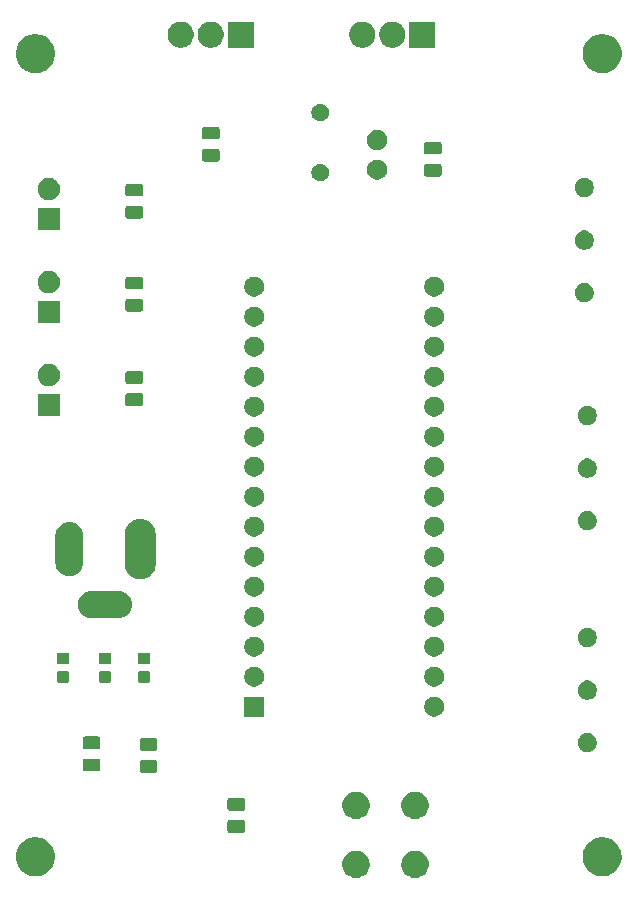
<source format=gbr>
G04 #@! TF.GenerationSoftware,KiCad,Pcbnew,(5.1.5)-3*
G04 #@! TF.CreationDate,2020-02-29T11:13:48-05:00*
G04 #@! TF.ProjectId,LED Control,4c454420-436f-46e7-9472-6f6c2e6b6963,rev?*
G04 #@! TF.SameCoordinates,Original*
G04 #@! TF.FileFunction,Soldermask,Top*
G04 #@! TF.FilePolarity,Negative*
%FSLAX46Y46*%
G04 Gerber Fmt 4.6, Leading zero omitted, Abs format (unit mm)*
G04 Created by KiCad (PCBNEW (5.1.5)-3) date 2020-02-29 11:13:48*
%MOMM*%
%LPD*%
G04 APERTURE LIST*
%ADD10C,0.100000*%
G04 APERTURE END LIST*
D10*
G36*
X143377049Y-133514616D02*
G01*
X143488234Y-133536732D01*
X143697703Y-133623497D01*
X143886220Y-133749460D01*
X144046540Y-133909780D01*
X144172503Y-134098297D01*
X144172504Y-134098299D01*
X144259268Y-134307767D01*
X144293842Y-134481579D01*
X144303500Y-134530136D01*
X144303500Y-134756864D01*
X144259268Y-134979234D01*
X144172503Y-135188703D01*
X144046540Y-135377220D01*
X143886220Y-135537540D01*
X143697703Y-135663503D01*
X143488234Y-135750268D01*
X143377049Y-135772384D01*
X143265865Y-135794500D01*
X143039135Y-135794500D01*
X142927951Y-135772384D01*
X142816766Y-135750268D01*
X142607297Y-135663503D01*
X142418780Y-135537540D01*
X142258460Y-135377220D01*
X142132497Y-135188703D01*
X142045732Y-134979234D01*
X142001500Y-134756864D01*
X142001500Y-134530136D01*
X142011159Y-134481579D01*
X142045732Y-134307767D01*
X142132496Y-134098299D01*
X142132497Y-134098297D01*
X142258460Y-133909780D01*
X142418780Y-133749460D01*
X142607297Y-133623497D01*
X142816766Y-133536732D01*
X142927951Y-133514616D01*
X143039135Y-133492500D01*
X143265865Y-133492500D01*
X143377049Y-133514616D01*
G37*
G36*
X138377049Y-133514616D02*
G01*
X138488234Y-133536732D01*
X138697703Y-133623497D01*
X138886220Y-133749460D01*
X139046540Y-133909780D01*
X139172503Y-134098297D01*
X139172504Y-134098299D01*
X139259268Y-134307767D01*
X139293842Y-134481579D01*
X139303500Y-134530136D01*
X139303500Y-134756864D01*
X139259268Y-134979234D01*
X139172503Y-135188703D01*
X139046540Y-135377220D01*
X138886220Y-135537540D01*
X138697703Y-135663503D01*
X138488234Y-135750268D01*
X138377049Y-135772384D01*
X138265865Y-135794500D01*
X138039135Y-135794500D01*
X137927951Y-135772384D01*
X137816766Y-135750268D01*
X137607297Y-135663503D01*
X137418780Y-135537540D01*
X137258460Y-135377220D01*
X137132497Y-135188703D01*
X137045732Y-134979234D01*
X137001500Y-134756864D01*
X137001500Y-134530136D01*
X137011159Y-134481579D01*
X137045732Y-134307767D01*
X137132496Y-134098299D01*
X137132497Y-134098297D01*
X137258460Y-133909780D01*
X137418780Y-133749460D01*
X137607297Y-133623497D01*
X137816766Y-133536732D01*
X137927951Y-133514616D01*
X138039135Y-133492500D01*
X138265865Y-133492500D01*
X138377049Y-133514616D01*
G37*
G36*
X159375256Y-132391298D02*
G01*
X159481579Y-132412447D01*
X159782042Y-132536903D01*
X160052451Y-132717585D01*
X160282415Y-132947549D01*
X160282416Y-132947551D01*
X160463098Y-133217960D01*
X160587553Y-133518422D01*
X160633510Y-133749460D01*
X160651000Y-133837391D01*
X160651000Y-134162609D01*
X160587553Y-134481579D01*
X160463097Y-134782042D01*
X160282415Y-135052451D01*
X160052451Y-135282415D01*
X159782042Y-135463097D01*
X159481579Y-135587553D01*
X159375256Y-135608702D01*
X159162611Y-135651000D01*
X158837389Y-135651000D01*
X158624744Y-135608702D01*
X158518421Y-135587553D01*
X158217958Y-135463097D01*
X157947549Y-135282415D01*
X157717585Y-135052451D01*
X157536903Y-134782042D01*
X157412447Y-134481579D01*
X157349000Y-134162609D01*
X157349000Y-133837391D01*
X157366491Y-133749460D01*
X157412447Y-133518422D01*
X157536902Y-133217960D01*
X157717584Y-132947551D01*
X157717585Y-132947549D01*
X157947549Y-132717585D01*
X158217958Y-132536903D01*
X158518421Y-132412447D01*
X158624744Y-132391298D01*
X158837389Y-132349000D01*
X159162611Y-132349000D01*
X159375256Y-132391298D01*
G37*
G36*
X111375256Y-132391298D02*
G01*
X111481579Y-132412447D01*
X111782042Y-132536903D01*
X112052451Y-132717585D01*
X112282415Y-132947549D01*
X112282416Y-132947551D01*
X112463098Y-133217960D01*
X112587553Y-133518422D01*
X112633510Y-133749460D01*
X112651000Y-133837391D01*
X112651000Y-134162609D01*
X112587553Y-134481579D01*
X112463097Y-134782042D01*
X112282415Y-135052451D01*
X112052451Y-135282415D01*
X111782042Y-135463097D01*
X111481579Y-135587553D01*
X111375256Y-135608702D01*
X111162611Y-135651000D01*
X110837389Y-135651000D01*
X110624744Y-135608702D01*
X110518421Y-135587553D01*
X110217958Y-135463097D01*
X109947549Y-135282415D01*
X109717585Y-135052451D01*
X109536903Y-134782042D01*
X109412447Y-134481579D01*
X109349000Y-134162609D01*
X109349000Y-133837391D01*
X109366491Y-133749460D01*
X109412447Y-133518422D01*
X109536902Y-133217960D01*
X109717584Y-132947551D01*
X109717585Y-132947549D01*
X109947549Y-132717585D01*
X110217958Y-132536903D01*
X110518421Y-132412447D01*
X110624744Y-132391298D01*
X110837389Y-132349000D01*
X111162611Y-132349000D01*
X111375256Y-132391298D01*
G37*
G36*
X128600468Y-130896065D02*
G01*
X128639138Y-130907796D01*
X128674777Y-130926846D01*
X128706017Y-130952483D01*
X128731654Y-130983723D01*
X128750704Y-131019362D01*
X128762435Y-131058032D01*
X128767000Y-131104388D01*
X128767000Y-131755612D01*
X128762435Y-131801968D01*
X128750704Y-131840638D01*
X128731654Y-131876277D01*
X128706017Y-131907517D01*
X128674777Y-131933154D01*
X128639138Y-131952204D01*
X128600468Y-131963935D01*
X128554112Y-131968500D01*
X127477888Y-131968500D01*
X127431532Y-131963935D01*
X127392862Y-131952204D01*
X127357223Y-131933154D01*
X127325983Y-131907517D01*
X127300346Y-131876277D01*
X127281296Y-131840638D01*
X127269565Y-131801968D01*
X127265000Y-131755612D01*
X127265000Y-131104388D01*
X127269565Y-131058032D01*
X127281296Y-131019362D01*
X127300346Y-130983723D01*
X127325983Y-130952483D01*
X127357223Y-130926846D01*
X127392862Y-130907796D01*
X127431532Y-130896065D01*
X127477888Y-130891500D01*
X128554112Y-130891500D01*
X128600468Y-130896065D01*
G37*
G36*
X143377049Y-128514616D02*
G01*
X143488234Y-128536732D01*
X143697703Y-128623497D01*
X143886220Y-128749460D01*
X144046540Y-128909780D01*
X144172503Y-129098297D01*
X144259268Y-129307766D01*
X144303500Y-129530136D01*
X144303500Y-129756864D01*
X144259268Y-129979234D01*
X144172503Y-130188703D01*
X144046540Y-130377220D01*
X143886220Y-130537540D01*
X143697703Y-130663503D01*
X143488234Y-130750268D01*
X143377049Y-130772384D01*
X143265865Y-130794500D01*
X143039135Y-130794500D01*
X142927951Y-130772384D01*
X142816766Y-130750268D01*
X142607297Y-130663503D01*
X142418780Y-130537540D01*
X142258460Y-130377220D01*
X142132497Y-130188703D01*
X142045732Y-129979234D01*
X142001500Y-129756864D01*
X142001500Y-129530136D01*
X142045732Y-129307766D01*
X142132497Y-129098297D01*
X142258460Y-128909780D01*
X142418780Y-128749460D01*
X142607297Y-128623497D01*
X142816766Y-128536732D01*
X142927951Y-128514616D01*
X143039135Y-128492500D01*
X143265865Y-128492500D01*
X143377049Y-128514616D01*
G37*
G36*
X138377049Y-128514616D02*
G01*
X138488234Y-128536732D01*
X138697703Y-128623497D01*
X138886220Y-128749460D01*
X139046540Y-128909780D01*
X139172503Y-129098297D01*
X139259268Y-129307766D01*
X139303500Y-129530136D01*
X139303500Y-129756864D01*
X139259268Y-129979234D01*
X139172503Y-130188703D01*
X139046540Y-130377220D01*
X138886220Y-130537540D01*
X138697703Y-130663503D01*
X138488234Y-130750268D01*
X138377049Y-130772384D01*
X138265865Y-130794500D01*
X138039135Y-130794500D01*
X137927951Y-130772384D01*
X137816766Y-130750268D01*
X137607297Y-130663503D01*
X137418780Y-130537540D01*
X137258460Y-130377220D01*
X137132497Y-130188703D01*
X137045732Y-129979234D01*
X137001500Y-129756864D01*
X137001500Y-129530136D01*
X137045732Y-129307766D01*
X137132497Y-129098297D01*
X137258460Y-128909780D01*
X137418780Y-128749460D01*
X137607297Y-128623497D01*
X137816766Y-128536732D01*
X137927951Y-128514616D01*
X138039135Y-128492500D01*
X138265865Y-128492500D01*
X138377049Y-128514616D01*
G37*
G36*
X128600468Y-129021065D02*
G01*
X128639138Y-129032796D01*
X128674777Y-129051846D01*
X128706017Y-129077483D01*
X128731654Y-129108723D01*
X128750704Y-129144362D01*
X128762435Y-129183032D01*
X128767000Y-129229388D01*
X128767000Y-129880612D01*
X128762435Y-129926968D01*
X128750704Y-129965638D01*
X128731654Y-130001277D01*
X128706017Y-130032517D01*
X128674777Y-130058154D01*
X128639138Y-130077204D01*
X128600468Y-130088935D01*
X128554112Y-130093500D01*
X127477888Y-130093500D01*
X127431532Y-130088935D01*
X127392862Y-130077204D01*
X127357223Y-130058154D01*
X127325983Y-130032517D01*
X127300346Y-130001277D01*
X127281296Y-129965638D01*
X127269565Y-129926968D01*
X127265000Y-129880612D01*
X127265000Y-129229388D01*
X127269565Y-129183032D01*
X127281296Y-129144362D01*
X127300346Y-129108723D01*
X127325983Y-129077483D01*
X127357223Y-129051846D01*
X127392862Y-129032796D01*
X127431532Y-129021065D01*
X127477888Y-129016500D01*
X128554112Y-129016500D01*
X128600468Y-129021065D01*
G37*
G36*
X121170968Y-125816065D02*
G01*
X121209638Y-125827796D01*
X121245277Y-125846846D01*
X121276517Y-125872483D01*
X121302154Y-125903723D01*
X121321204Y-125939362D01*
X121332935Y-125978032D01*
X121337500Y-126024388D01*
X121337500Y-126675612D01*
X121332935Y-126721968D01*
X121321204Y-126760638D01*
X121302154Y-126796277D01*
X121276517Y-126827517D01*
X121245277Y-126853154D01*
X121209638Y-126872204D01*
X121170968Y-126883935D01*
X121124612Y-126888500D01*
X120048388Y-126888500D01*
X120002032Y-126883935D01*
X119963362Y-126872204D01*
X119927723Y-126853154D01*
X119896483Y-126827517D01*
X119870846Y-126796277D01*
X119851796Y-126760638D01*
X119840065Y-126721968D01*
X119835500Y-126675612D01*
X119835500Y-126024388D01*
X119840065Y-125978032D01*
X119851796Y-125939362D01*
X119870846Y-125903723D01*
X119896483Y-125872483D01*
X119927723Y-125846846D01*
X119963362Y-125827796D01*
X120002032Y-125816065D01*
X120048388Y-125811500D01*
X121124612Y-125811500D01*
X121170968Y-125816065D01*
G37*
G36*
X116344968Y-125689065D02*
G01*
X116383638Y-125700796D01*
X116419277Y-125719846D01*
X116450517Y-125745483D01*
X116476154Y-125776723D01*
X116495204Y-125812362D01*
X116506935Y-125851032D01*
X116511500Y-125897388D01*
X116511500Y-126548612D01*
X116506935Y-126594968D01*
X116495204Y-126633638D01*
X116476154Y-126669277D01*
X116450517Y-126700517D01*
X116419277Y-126726154D01*
X116383638Y-126745204D01*
X116344968Y-126756935D01*
X116298612Y-126761500D01*
X115222388Y-126761500D01*
X115176032Y-126756935D01*
X115137362Y-126745204D01*
X115101723Y-126726154D01*
X115070483Y-126700517D01*
X115044846Y-126669277D01*
X115025796Y-126633638D01*
X115014065Y-126594968D01*
X115009500Y-126548612D01*
X115009500Y-125897388D01*
X115014065Y-125851032D01*
X115025796Y-125812362D01*
X115044846Y-125776723D01*
X115070483Y-125745483D01*
X115101723Y-125719846D01*
X115137362Y-125700796D01*
X115176032Y-125689065D01*
X115222388Y-125684500D01*
X116298612Y-125684500D01*
X116344968Y-125689065D01*
G37*
G36*
X157971142Y-123556242D02*
G01*
X158119101Y-123617529D01*
X158252255Y-123706499D01*
X158365501Y-123819745D01*
X158454471Y-123952899D01*
X158515758Y-124100858D01*
X158547000Y-124257925D01*
X158547000Y-124418075D01*
X158515758Y-124575142D01*
X158454471Y-124723101D01*
X158365501Y-124856255D01*
X158252255Y-124969501D01*
X158119101Y-125058471D01*
X157971142Y-125119758D01*
X157814075Y-125151000D01*
X157653925Y-125151000D01*
X157496858Y-125119758D01*
X157348899Y-125058471D01*
X157215745Y-124969501D01*
X157102499Y-124856255D01*
X157013529Y-124723101D01*
X156952242Y-124575142D01*
X156921000Y-124418075D01*
X156921000Y-124257925D01*
X156952242Y-124100858D01*
X157013529Y-123952899D01*
X157102499Y-123819745D01*
X157215745Y-123706499D01*
X157348899Y-123617529D01*
X157496858Y-123556242D01*
X157653925Y-123525000D01*
X157814075Y-123525000D01*
X157971142Y-123556242D01*
G37*
G36*
X121170968Y-123941065D02*
G01*
X121209638Y-123952796D01*
X121245277Y-123971846D01*
X121276517Y-123997483D01*
X121302154Y-124028723D01*
X121321204Y-124064362D01*
X121332935Y-124103032D01*
X121337500Y-124149388D01*
X121337500Y-124800612D01*
X121332935Y-124846968D01*
X121321204Y-124885638D01*
X121302154Y-124921277D01*
X121276517Y-124952517D01*
X121245277Y-124978154D01*
X121209638Y-124997204D01*
X121170968Y-125008935D01*
X121124612Y-125013500D01*
X120048388Y-125013500D01*
X120002032Y-125008935D01*
X119963362Y-124997204D01*
X119927723Y-124978154D01*
X119896483Y-124952517D01*
X119870846Y-124921277D01*
X119851796Y-124885638D01*
X119840065Y-124846968D01*
X119835500Y-124800612D01*
X119835500Y-124149388D01*
X119840065Y-124103032D01*
X119851796Y-124064362D01*
X119870846Y-124028723D01*
X119896483Y-123997483D01*
X119927723Y-123971846D01*
X119963362Y-123952796D01*
X120002032Y-123941065D01*
X120048388Y-123936500D01*
X121124612Y-123936500D01*
X121170968Y-123941065D01*
G37*
G36*
X116344968Y-123814065D02*
G01*
X116383638Y-123825796D01*
X116419277Y-123844846D01*
X116450517Y-123870483D01*
X116476154Y-123901723D01*
X116495204Y-123937362D01*
X116506935Y-123976032D01*
X116511500Y-124022388D01*
X116511500Y-124673612D01*
X116506935Y-124719968D01*
X116495204Y-124758638D01*
X116476154Y-124794277D01*
X116450517Y-124825517D01*
X116419277Y-124851154D01*
X116383638Y-124870204D01*
X116344968Y-124881935D01*
X116298612Y-124886500D01*
X115222388Y-124886500D01*
X115176032Y-124881935D01*
X115137362Y-124870204D01*
X115101723Y-124851154D01*
X115070483Y-124825517D01*
X115044846Y-124794277D01*
X115025796Y-124758638D01*
X115014065Y-124719968D01*
X115009500Y-124673612D01*
X115009500Y-124022388D01*
X115014065Y-123976032D01*
X115025796Y-123937362D01*
X115044846Y-123901723D01*
X115070483Y-123870483D01*
X115101723Y-123844846D01*
X115137362Y-123825796D01*
X115176032Y-123814065D01*
X115222388Y-123809500D01*
X116298612Y-123809500D01*
X116344968Y-123814065D01*
G37*
G36*
X130391000Y-122136000D02*
G01*
X128689000Y-122136000D01*
X128689000Y-120434000D01*
X130391000Y-120434000D01*
X130391000Y-122136000D01*
G37*
G36*
X145028228Y-120466703D02*
G01*
X145183100Y-120530853D01*
X145322481Y-120623985D01*
X145441015Y-120742519D01*
X145534147Y-120881900D01*
X145598297Y-121036772D01*
X145631000Y-121201184D01*
X145631000Y-121368816D01*
X145598297Y-121533228D01*
X145534147Y-121688100D01*
X145441015Y-121827481D01*
X145322481Y-121946015D01*
X145183100Y-122039147D01*
X145028228Y-122103297D01*
X144863816Y-122136000D01*
X144696184Y-122136000D01*
X144531772Y-122103297D01*
X144376900Y-122039147D01*
X144237519Y-121946015D01*
X144118985Y-121827481D01*
X144025853Y-121688100D01*
X143961703Y-121533228D01*
X143929000Y-121368816D01*
X143929000Y-121201184D01*
X143961703Y-121036772D01*
X144025853Y-120881900D01*
X144118985Y-120742519D01*
X144237519Y-120623985D01*
X144376900Y-120530853D01*
X144531772Y-120466703D01*
X144696184Y-120434000D01*
X144863816Y-120434000D01*
X145028228Y-120466703D01*
G37*
G36*
X157971142Y-119106242D02*
G01*
X158119101Y-119167529D01*
X158252255Y-119256499D01*
X158365501Y-119369745D01*
X158454471Y-119502899D01*
X158515758Y-119650858D01*
X158547000Y-119807925D01*
X158547000Y-119968075D01*
X158515758Y-120125142D01*
X158454471Y-120273101D01*
X158365501Y-120406255D01*
X158252255Y-120519501D01*
X158119101Y-120608471D01*
X157971142Y-120669758D01*
X157814075Y-120701000D01*
X157653925Y-120701000D01*
X157496858Y-120669758D01*
X157348899Y-120608471D01*
X157215745Y-120519501D01*
X157102499Y-120406255D01*
X157013529Y-120273101D01*
X156952242Y-120125142D01*
X156921000Y-119968075D01*
X156921000Y-119807925D01*
X156952242Y-119650858D01*
X157013529Y-119502899D01*
X157102499Y-119369745D01*
X157215745Y-119256499D01*
X157348899Y-119167529D01*
X157496858Y-119106242D01*
X157653925Y-119075000D01*
X157814075Y-119075000D01*
X157971142Y-119106242D01*
G37*
G36*
X129788228Y-117926703D02*
G01*
X129943100Y-117990853D01*
X130082481Y-118083985D01*
X130201015Y-118202519D01*
X130294147Y-118341900D01*
X130358297Y-118496772D01*
X130391000Y-118661184D01*
X130391000Y-118828816D01*
X130358297Y-118993228D01*
X130294147Y-119148100D01*
X130201015Y-119287481D01*
X130082481Y-119406015D01*
X129943100Y-119499147D01*
X129788228Y-119563297D01*
X129623816Y-119596000D01*
X129456184Y-119596000D01*
X129291772Y-119563297D01*
X129136900Y-119499147D01*
X128997519Y-119406015D01*
X128878985Y-119287481D01*
X128785853Y-119148100D01*
X128721703Y-118993228D01*
X128689000Y-118828816D01*
X128689000Y-118661184D01*
X128721703Y-118496772D01*
X128785853Y-118341900D01*
X128878985Y-118202519D01*
X128997519Y-118083985D01*
X129136900Y-117990853D01*
X129291772Y-117926703D01*
X129456184Y-117894000D01*
X129623816Y-117894000D01*
X129788228Y-117926703D01*
G37*
G36*
X145028228Y-117926703D02*
G01*
X145183100Y-117990853D01*
X145322481Y-118083985D01*
X145441015Y-118202519D01*
X145534147Y-118341900D01*
X145598297Y-118496772D01*
X145631000Y-118661184D01*
X145631000Y-118828816D01*
X145598297Y-118993228D01*
X145534147Y-119148100D01*
X145441015Y-119287481D01*
X145322481Y-119406015D01*
X145183100Y-119499147D01*
X145028228Y-119563297D01*
X144863816Y-119596000D01*
X144696184Y-119596000D01*
X144531772Y-119563297D01*
X144376900Y-119499147D01*
X144237519Y-119406015D01*
X144118985Y-119287481D01*
X144025853Y-119148100D01*
X143961703Y-118993228D01*
X143929000Y-118828816D01*
X143929000Y-118661184D01*
X143961703Y-118496772D01*
X144025853Y-118341900D01*
X144118985Y-118202519D01*
X144237519Y-118083985D01*
X144376900Y-117990853D01*
X144531772Y-117926703D01*
X144696184Y-117894000D01*
X144863816Y-117894000D01*
X145028228Y-117926703D01*
G37*
G36*
X120585091Y-118286085D02*
G01*
X120619069Y-118296393D01*
X120650390Y-118313134D01*
X120677839Y-118335661D01*
X120700366Y-118363110D01*
X120717107Y-118394431D01*
X120727415Y-118428409D01*
X120731500Y-118469890D01*
X120731500Y-119071110D01*
X120727415Y-119112591D01*
X120717107Y-119146569D01*
X120700366Y-119177890D01*
X120677839Y-119205339D01*
X120650390Y-119227866D01*
X120619069Y-119244607D01*
X120585091Y-119254915D01*
X120543610Y-119259000D01*
X119867390Y-119259000D01*
X119825909Y-119254915D01*
X119791931Y-119244607D01*
X119760610Y-119227866D01*
X119733161Y-119205339D01*
X119710634Y-119177890D01*
X119693893Y-119146569D01*
X119683585Y-119112591D01*
X119679500Y-119071110D01*
X119679500Y-118469890D01*
X119683585Y-118428409D01*
X119693893Y-118394431D01*
X119710634Y-118363110D01*
X119733161Y-118335661D01*
X119760610Y-118313134D01*
X119791931Y-118296393D01*
X119825909Y-118286085D01*
X119867390Y-118282000D01*
X120543610Y-118282000D01*
X120585091Y-118286085D01*
G37*
G36*
X117283091Y-118286085D02*
G01*
X117317069Y-118296393D01*
X117348390Y-118313134D01*
X117375839Y-118335661D01*
X117398366Y-118363110D01*
X117415107Y-118394431D01*
X117425415Y-118428409D01*
X117429500Y-118469890D01*
X117429500Y-119071110D01*
X117425415Y-119112591D01*
X117415107Y-119146569D01*
X117398366Y-119177890D01*
X117375839Y-119205339D01*
X117348390Y-119227866D01*
X117317069Y-119244607D01*
X117283091Y-119254915D01*
X117241610Y-119259000D01*
X116565390Y-119259000D01*
X116523909Y-119254915D01*
X116489931Y-119244607D01*
X116458610Y-119227866D01*
X116431161Y-119205339D01*
X116408634Y-119177890D01*
X116391893Y-119146569D01*
X116381585Y-119112591D01*
X116377500Y-119071110D01*
X116377500Y-118469890D01*
X116381585Y-118428409D01*
X116391893Y-118394431D01*
X116408634Y-118363110D01*
X116431161Y-118335661D01*
X116458610Y-118313134D01*
X116489931Y-118296393D01*
X116523909Y-118286085D01*
X116565390Y-118282000D01*
X117241610Y-118282000D01*
X117283091Y-118286085D01*
G37*
G36*
X113727091Y-118286085D02*
G01*
X113761069Y-118296393D01*
X113792390Y-118313134D01*
X113819839Y-118335661D01*
X113842366Y-118363110D01*
X113859107Y-118394431D01*
X113869415Y-118428409D01*
X113873500Y-118469890D01*
X113873500Y-119071110D01*
X113869415Y-119112591D01*
X113859107Y-119146569D01*
X113842366Y-119177890D01*
X113819839Y-119205339D01*
X113792390Y-119227866D01*
X113761069Y-119244607D01*
X113727091Y-119254915D01*
X113685610Y-119259000D01*
X113009390Y-119259000D01*
X112967909Y-119254915D01*
X112933931Y-119244607D01*
X112902610Y-119227866D01*
X112875161Y-119205339D01*
X112852634Y-119177890D01*
X112835893Y-119146569D01*
X112825585Y-119112591D01*
X112821500Y-119071110D01*
X112821500Y-118469890D01*
X112825585Y-118428409D01*
X112835893Y-118394431D01*
X112852634Y-118363110D01*
X112875161Y-118335661D01*
X112902610Y-118313134D01*
X112933931Y-118296393D01*
X112967909Y-118286085D01*
X113009390Y-118282000D01*
X113685610Y-118282000D01*
X113727091Y-118286085D01*
G37*
G36*
X120585091Y-116711085D02*
G01*
X120619069Y-116721393D01*
X120650390Y-116738134D01*
X120677839Y-116760661D01*
X120700366Y-116788110D01*
X120717107Y-116819431D01*
X120727415Y-116853409D01*
X120731500Y-116894890D01*
X120731500Y-117496110D01*
X120727415Y-117537591D01*
X120717107Y-117571569D01*
X120700366Y-117602890D01*
X120677839Y-117630339D01*
X120650390Y-117652866D01*
X120619069Y-117669607D01*
X120585091Y-117679915D01*
X120543610Y-117684000D01*
X119867390Y-117684000D01*
X119825909Y-117679915D01*
X119791931Y-117669607D01*
X119760610Y-117652866D01*
X119733161Y-117630339D01*
X119710634Y-117602890D01*
X119693893Y-117571569D01*
X119683585Y-117537591D01*
X119679500Y-117496110D01*
X119679500Y-116894890D01*
X119683585Y-116853409D01*
X119693893Y-116819431D01*
X119710634Y-116788110D01*
X119733161Y-116760661D01*
X119760610Y-116738134D01*
X119791931Y-116721393D01*
X119825909Y-116711085D01*
X119867390Y-116707000D01*
X120543610Y-116707000D01*
X120585091Y-116711085D01*
G37*
G36*
X113727091Y-116711085D02*
G01*
X113761069Y-116721393D01*
X113792390Y-116738134D01*
X113819839Y-116760661D01*
X113842366Y-116788110D01*
X113859107Y-116819431D01*
X113869415Y-116853409D01*
X113873500Y-116894890D01*
X113873500Y-117496110D01*
X113869415Y-117537591D01*
X113859107Y-117571569D01*
X113842366Y-117602890D01*
X113819839Y-117630339D01*
X113792390Y-117652866D01*
X113761069Y-117669607D01*
X113727091Y-117679915D01*
X113685610Y-117684000D01*
X113009390Y-117684000D01*
X112967909Y-117679915D01*
X112933931Y-117669607D01*
X112902610Y-117652866D01*
X112875161Y-117630339D01*
X112852634Y-117602890D01*
X112835893Y-117571569D01*
X112825585Y-117537591D01*
X112821500Y-117496110D01*
X112821500Y-116894890D01*
X112825585Y-116853409D01*
X112835893Y-116819431D01*
X112852634Y-116788110D01*
X112875161Y-116760661D01*
X112902610Y-116738134D01*
X112933931Y-116721393D01*
X112967909Y-116711085D01*
X113009390Y-116707000D01*
X113685610Y-116707000D01*
X113727091Y-116711085D01*
G37*
G36*
X117283091Y-116711085D02*
G01*
X117317069Y-116721393D01*
X117348390Y-116738134D01*
X117375839Y-116760661D01*
X117398366Y-116788110D01*
X117415107Y-116819431D01*
X117425415Y-116853409D01*
X117429500Y-116894890D01*
X117429500Y-117496110D01*
X117425415Y-117537591D01*
X117415107Y-117571569D01*
X117398366Y-117602890D01*
X117375839Y-117630339D01*
X117348390Y-117652866D01*
X117317069Y-117669607D01*
X117283091Y-117679915D01*
X117241610Y-117684000D01*
X116565390Y-117684000D01*
X116523909Y-117679915D01*
X116489931Y-117669607D01*
X116458610Y-117652866D01*
X116431161Y-117630339D01*
X116408634Y-117602890D01*
X116391893Y-117571569D01*
X116381585Y-117537591D01*
X116377500Y-117496110D01*
X116377500Y-116894890D01*
X116381585Y-116853409D01*
X116391893Y-116819431D01*
X116408634Y-116788110D01*
X116431161Y-116760661D01*
X116458610Y-116738134D01*
X116489931Y-116721393D01*
X116523909Y-116711085D01*
X116565390Y-116707000D01*
X117241610Y-116707000D01*
X117283091Y-116711085D01*
G37*
G36*
X129788228Y-115386703D02*
G01*
X129943100Y-115450853D01*
X130082481Y-115543985D01*
X130201015Y-115662519D01*
X130294147Y-115801900D01*
X130358297Y-115956772D01*
X130391000Y-116121184D01*
X130391000Y-116288816D01*
X130358297Y-116453228D01*
X130294147Y-116608100D01*
X130201015Y-116747481D01*
X130082481Y-116866015D01*
X129943100Y-116959147D01*
X129788228Y-117023297D01*
X129623816Y-117056000D01*
X129456184Y-117056000D01*
X129291772Y-117023297D01*
X129136900Y-116959147D01*
X128997519Y-116866015D01*
X128878985Y-116747481D01*
X128785853Y-116608100D01*
X128721703Y-116453228D01*
X128689000Y-116288816D01*
X128689000Y-116121184D01*
X128721703Y-115956772D01*
X128785853Y-115801900D01*
X128878985Y-115662519D01*
X128997519Y-115543985D01*
X129136900Y-115450853D01*
X129291772Y-115386703D01*
X129456184Y-115354000D01*
X129623816Y-115354000D01*
X129788228Y-115386703D01*
G37*
G36*
X145028228Y-115386703D02*
G01*
X145183100Y-115450853D01*
X145322481Y-115543985D01*
X145441015Y-115662519D01*
X145534147Y-115801900D01*
X145598297Y-115956772D01*
X145631000Y-116121184D01*
X145631000Y-116288816D01*
X145598297Y-116453228D01*
X145534147Y-116608100D01*
X145441015Y-116747481D01*
X145322481Y-116866015D01*
X145183100Y-116959147D01*
X145028228Y-117023297D01*
X144863816Y-117056000D01*
X144696184Y-117056000D01*
X144531772Y-117023297D01*
X144376900Y-116959147D01*
X144237519Y-116866015D01*
X144118985Y-116747481D01*
X144025853Y-116608100D01*
X143961703Y-116453228D01*
X143929000Y-116288816D01*
X143929000Y-116121184D01*
X143961703Y-115956772D01*
X144025853Y-115801900D01*
X144118985Y-115662519D01*
X144237519Y-115543985D01*
X144376900Y-115450853D01*
X144531772Y-115386703D01*
X144696184Y-115354000D01*
X144863816Y-115354000D01*
X145028228Y-115386703D01*
G37*
G36*
X157971142Y-114656242D02*
G01*
X158119101Y-114717529D01*
X158252255Y-114806499D01*
X158365501Y-114919745D01*
X158454471Y-115052899D01*
X158515758Y-115200858D01*
X158547000Y-115357925D01*
X158547000Y-115518075D01*
X158515758Y-115675142D01*
X158454471Y-115823101D01*
X158365501Y-115956255D01*
X158252255Y-116069501D01*
X158119101Y-116158471D01*
X157971142Y-116219758D01*
X157814075Y-116251000D01*
X157653925Y-116251000D01*
X157496858Y-116219758D01*
X157348899Y-116158471D01*
X157215745Y-116069501D01*
X157102499Y-115956255D01*
X157013529Y-115823101D01*
X156952242Y-115675142D01*
X156921000Y-115518075D01*
X156921000Y-115357925D01*
X156952242Y-115200858D01*
X157013529Y-115052899D01*
X157102499Y-114919745D01*
X157215745Y-114806499D01*
X157348899Y-114717529D01*
X157496858Y-114656242D01*
X157653925Y-114625000D01*
X157814075Y-114625000D01*
X157971142Y-114656242D01*
G37*
G36*
X145028228Y-112846703D02*
G01*
X145183100Y-112910853D01*
X145322481Y-113003985D01*
X145441015Y-113122519D01*
X145534147Y-113261900D01*
X145598297Y-113416772D01*
X145631000Y-113581184D01*
X145631000Y-113748816D01*
X145598297Y-113913228D01*
X145534147Y-114068100D01*
X145441015Y-114207481D01*
X145322481Y-114326015D01*
X145183100Y-114419147D01*
X145028228Y-114483297D01*
X144863816Y-114516000D01*
X144696184Y-114516000D01*
X144531772Y-114483297D01*
X144376900Y-114419147D01*
X144237519Y-114326015D01*
X144118985Y-114207481D01*
X144025853Y-114068100D01*
X143961703Y-113913228D01*
X143929000Y-113748816D01*
X143929000Y-113581184D01*
X143961703Y-113416772D01*
X144025853Y-113261900D01*
X144118985Y-113122519D01*
X144237519Y-113003985D01*
X144376900Y-112910853D01*
X144531772Y-112846703D01*
X144696184Y-112814000D01*
X144863816Y-112814000D01*
X145028228Y-112846703D01*
G37*
G36*
X129788228Y-112846703D02*
G01*
X129943100Y-112910853D01*
X130082481Y-113003985D01*
X130201015Y-113122519D01*
X130294147Y-113261900D01*
X130358297Y-113416772D01*
X130391000Y-113581184D01*
X130391000Y-113748816D01*
X130358297Y-113913228D01*
X130294147Y-114068100D01*
X130201015Y-114207481D01*
X130082481Y-114326015D01*
X129943100Y-114419147D01*
X129788228Y-114483297D01*
X129623816Y-114516000D01*
X129456184Y-114516000D01*
X129291772Y-114483297D01*
X129136900Y-114419147D01*
X128997519Y-114326015D01*
X128878985Y-114207481D01*
X128785853Y-114068100D01*
X128721703Y-113913228D01*
X128689000Y-113748816D01*
X128689000Y-113581184D01*
X128721703Y-113416772D01*
X128785853Y-113261900D01*
X128878985Y-113122519D01*
X128997519Y-113003985D01*
X129136900Y-112910853D01*
X129291772Y-112846703D01*
X129456184Y-112814000D01*
X129623816Y-112814000D01*
X129788228Y-112846703D01*
G37*
G36*
X118243536Y-111491016D02*
G01*
X118465213Y-111558261D01*
X118669512Y-111667461D01*
X118848581Y-111814419D01*
X118995539Y-111993488D01*
X119104739Y-112197787D01*
X119171984Y-112419464D01*
X119194690Y-112650000D01*
X119171984Y-112880536D01*
X119104739Y-113102213D01*
X118995539Y-113306512D01*
X118848581Y-113485581D01*
X118669512Y-113632539D01*
X118465213Y-113741739D01*
X118243536Y-113808984D01*
X118070771Y-113826000D01*
X115705229Y-113826000D01*
X115532464Y-113808984D01*
X115310787Y-113741739D01*
X115106488Y-113632539D01*
X114927419Y-113485581D01*
X114780461Y-113306512D01*
X114671261Y-113102213D01*
X114604016Y-112880536D01*
X114581310Y-112650000D01*
X114604016Y-112419464D01*
X114671261Y-112197787D01*
X114780461Y-111993488D01*
X114927419Y-111814419D01*
X115106488Y-111667461D01*
X115310787Y-111558261D01*
X115532464Y-111491016D01*
X115705229Y-111474000D01*
X118070771Y-111474000D01*
X118243536Y-111491016D01*
G37*
G36*
X129788228Y-110306703D02*
G01*
X129943100Y-110370853D01*
X130082481Y-110463985D01*
X130201015Y-110582519D01*
X130294147Y-110721900D01*
X130358297Y-110876772D01*
X130391000Y-111041184D01*
X130391000Y-111208816D01*
X130358297Y-111373228D01*
X130294147Y-111528100D01*
X130201015Y-111667481D01*
X130082481Y-111786015D01*
X129943100Y-111879147D01*
X129788228Y-111943297D01*
X129623816Y-111976000D01*
X129456184Y-111976000D01*
X129291772Y-111943297D01*
X129136900Y-111879147D01*
X128997519Y-111786015D01*
X128878985Y-111667481D01*
X128785853Y-111528100D01*
X128721703Y-111373228D01*
X128689000Y-111208816D01*
X128689000Y-111041184D01*
X128721703Y-110876772D01*
X128785853Y-110721900D01*
X128878985Y-110582519D01*
X128997519Y-110463985D01*
X129136900Y-110370853D01*
X129291772Y-110306703D01*
X129456184Y-110274000D01*
X129623816Y-110274000D01*
X129788228Y-110306703D01*
G37*
G36*
X145028228Y-110306703D02*
G01*
X145183100Y-110370853D01*
X145322481Y-110463985D01*
X145441015Y-110582519D01*
X145534147Y-110721900D01*
X145598297Y-110876772D01*
X145631000Y-111041184D01*
X145631000Y-111208816D01*
X145598297Y-111373228D01*
X145534147Y-111528100D01*
X145441015Y-111667481D01*
X145322481Y-111786015D01*
X145183100Y-111879147D01*
X145028228Y-111943297D01*
X144863816Y-111976000D01*
X144696184Y-111976000D01*
X144531772Y-111943297D01*
X144376900Y-111879147D01*
X144237519Y-111786015D01*
X144118985Y-111667481D01*
X144025853Y-111528100D01*
X143961703Y-111373228D01*
X143929000Y-111208816D01*
X143929000Y-111041184D01*
X143961703Y-110876772D01*
X144025853Y-110721900D01*
X144118985Y-110582519D01*
X144237519Y-110463985D01*
X144376900Y-110370853D01*
X144531772Y-110306703D01*
X144696184Y-110274000D01*
X144863816Y-110274000D01*
X145028228Y-110306703D01*
G37*
G36*
X120143040Y-105417825D02*
G01*
X120388280Y-105492218D01*
X120614294Y-105613025D01*
X120625320Y-105622074D01*
X120812397Y-105775603D01*
X120932624Y-105922101D01*
X120974975Y-105973706D01*
X120974976Y-105973708D01*
X121057883Y-106128815D01*
X121095782Y-106199720D01*
X121170175Y-106444960D01*
X121189000Y-106636095D01*
X121189000Y-109263905D01*
X121170175Y-109455040D01*
X121095782Y-109700280D01*
X120974975Y-109926294D01*
X120812396Y-110124396D01*
X120614293Y-110286975D01*
X120388279Y-110407782D01*
X120143039Y-110482175D01*
X119888000Y-110507294D01*
X119632960Y-110482175D01*
X119387720Y-110407782D01*
X119387718Y-110407781D01*
X119161707Y-110286976D01*
X118963604Y-110124396D01*
X118801026Y-109926294D01*
X118801025Y-109926293D01*
X118680218Y-109700279D01*
X118605825Y-109455039D01*
X118587000Y-109263904D01*
X118587001Y-106636095D01*
X118605826Y-106444960D01*
X118680219Y-106199720D01*
X118718119Y-106128815D01*
X118801025Y-105973708D01*
X118801026Y-105973706D01*
X118843377Y-105922101D01*
X118963604Y-105775603D01*
X119150681Y-105622074D01*
X119161707Y-105613025D01*
X119387721Y-105492218D01*
X119632961Y-105417825D01*
X119888000Y-105392706D01*
X120143040Y-105417825D01*
G37*
G36*
X114118536Y-105666016D02*
G01*
X114340213Y-105733261D01*
X114544512Y-105842461D01*
X114723581Y-105989419D01*
X114870539Y-106168488D01*
X114979739Y-106372787D01*
X115046984Y-106594464D01*
X115064000Y-106767229D01*
X115064000Y-109132771D01*
X115046984Y-109305536D01*
X114979739Y-109527213D01*
X114870539Y-109731512D01*
X114723581Y-109910581D01*
X114544511Y-110057539D01*
X114340212Y-110166739D01*
X114118535Y-110233984D01*
X113888000Y-110256690D01*
X113657464Y-110233984D01*
X113435787Y-110166739D01*
X113231488Y-110057539D01*
X113052419Y-109910581D01*
X112905461Y-109731511D01*
X112796261Y-109527212D01*
X112729016Y-109305535D01*
X112712000Y-109132770D01*
X112712001Y-106767229D01*
X112729017Y-106594464D01*
X112796262Y-106372787D01*
X112905462Y-106168488D01*
X113052420Y-105989419D01*
X113231489Y-105842461D01*
X113435788Y-105733261D01*
X113657465Y-105666016D01*
X113888000Y-105643310D01*
X114118536Y-105666016D01*
G37*
G36*
X145028228Y-107766703D02*
G01*
X145183100Y-107830853D01*
X145322481Y-107923985D01*
X145441015Y-108042519D01*
X145534147Y-108181900D01*
X145598297Y-108336772D01*
X145631000Y-108501184D01*
X145631000Y-108668816D01*
X145598297Y-108833228D01*
X145534147Y-108988100D01*
X145441015Y-109127481D01*
X145322481Y-109246015D01*
X145183100Y-109339147D01*
X145028228Y-109403297D01*
X144863816Y-109436000D01*
X144696184Y-109436000D01*
X144531772Y-109403297D01*
X144376900Y-109339147D01*
X144237519Y-109246015D01*
X144118985Y-109127481D01*
X144025853Y-108988100D01*
X143961703Y-108833228D01*
X143929000Y-108668816D01*
X143929000Y-108501184D01*
X143961703Y-108336772D01*
X144025853Y-108181900D01*
X144118985Y-108042519D01*
X144237519Y-107923985D01*
X144376900Y-107830853D01*
X144531772Y-107766703D01*
X144696184Y-107734000D01*
X144863816Y-107734000D01*
X145028228Y-107766703D01*
G37*
G36*
X129788228Y-107766703D02*
G01*
X129943100Y-107830853D01*
X130082481Y-107923985D01*
X130201015Y-108042519D01*
X130294147Y-108181900D01*
X130358297Y-108336772D01*
X130391000Y-108501184D01*
X130391000Y-108668816D01*
X130358297Y-108833228D01*
X130294147Y-108988100D01*
X130201015Y-109127481D01*
X130082481Y-109246015D01*
X129943100Y-109339147D01*
X129788228Y-109403297D01*
X129623816Y-109436000D01*
X129456184Y-109436000D01*
X129291772Y-109403297D01*
X129136900Y-109339147D01*
X128997519Y-109246015D01*
X128878985Y-109127481D01*
X128785853Y-108988100D01*
X128721703Y-108833228D01*
X128689000Y-108668816D01*
X128689000Y-108501184D01*
X128721703Y-108336772D01*
X128785853Y-108181900D01*
X128878985Y-108042519D01*
X128997519Y-107923985D01*
X129136900Y-107830853D01*
X129291772Y-107766703D01*
X129456184Y-107734000D01*
X129623816Y-107734000D01*
X129788228Y-107766703D01*
G37*
G36*
X129788228Y-105226703D02*
G01*
X129943100Y-105290853D01*
X130082481Y-105383985D01*
X130201015Y-105502519D01*
X130294147Y-105641900D01*
X130358297Y-105796772D01*
X130391000Y-105961184D01*
X130391000Y-106128816D01*
X130358297Y-106293228D01*
X130294147Y-106448100D01*
X130201015Y-106587481D01*
X130082481Y-106706015D01*
X129943100Y-106799147D01*
X129788228Y-106863297D01*
X129623816Y-106896000D01*
X129456184Y-106896000D01*
X129291772Y-106863297D01*
X129136900Y-106799147D01*
X128997519Y-106706015D01*
X128878985Y-106587481D01*
X128785853Y-106448100D01*
X128721703Y-106293228D01*
X128689000Y-106128816D01*
X128689000Y-105961184D01*
X128721703Y-105796772D01*
X128785853Y-105641900D01*
X128878985Y-105502519D01*
X128997519Y-105383985D01*
X129136900Y-105290853D01*
X129291772Y-105226703D01*
X129456184Y-105194000D01*
X129623816Y-105194000D01*
X129788228Y-105226703D01*
G37*
G36*
X145028228Y-105226703D02*
G01*
X145183100Y-105290853D01*
X145322481Y-105383985D01*
X145441015Y-105502519D01*
X145534147Y-105641900D01*
X145598297Y-105796772D01*
X145631000Y-105961184D01*
X145631000Y-106128816D01*
X145598297Y-106293228D01*
X145534147Y-106448100D01*
X145441015Y-106587481D01*
X145322481Y-106706015D01*
X145183100Y-106799147D01*
X145028228Y-106863297D01*
X144863816Y-106896000D01*
X144696184Y-106896000D01*
X144531772Y-106863297D01*
X144376900Y-106799147D01*
X144237519Y-106706015D01*
X144118985Y-106587481D01*
X144025853Y-106448100D01*
X143961703Y-106293228D01*
X143929000Y-106128816D01*
X143929000Y-105961184D01*
X143961703Y-105796772D01*
X144025853Y-105641900D01*
X144118985Y-105502519D01*
X144237519Y-105383985D01*
X144376900Y-105290853D01*
X144531772Y-105226703D01*
X144696184Y-105194000D01*
X144863816Y-105194000D01*
X145028228Y-105226703D01*
G37*
G36*
X157971142Y-104760242D02*
G01*
X158119101Y-104821529D01*
X158252255Y-104910499D01*
X158365501Y-105023745D01*
X158454471Y-105156899D01*
X158515758Y-105304858D01*
X158547000Y-105461925D01*
X158547000Y-105622075D01*
X158515758Y-105779142D01*
X158454471Y-105927101D01*
X158365501Y-106060255D01*
X158252255Y-106173501D01*
X158119101Y-106262471D01*
X157971142Y-106323758D01*
X157814075Y-106355000D01*
X157653925Y-106355000D01*
X157496858Y-106323758D01*
X157348899Y-106262471D01*
X157215745Y-106173501D01*
X157102499Y-106060255D01*
X157013529Y-105927101D01*
X156952242Y-105779142D01*
X156921000Y-105622075D01*
X156921000Y-105461925D01*
X156952242Y-105304858D01*
X157013529Y-105156899D01*
X157102499Y-105023745D01*
X157215745Y-104910499D01*
X157348899Y-104821529D01*
X157496858Y-104760242D01*
X157653925Y-104729000D01*
X157814075Y-104729000D01*
X157971142Y-104760242D01*
G37*
G36*
X145028228Y-102686703D02*
G01*
X145183100Y-102750853D01*
X145322481Y-102843985D01*
X145441015Y-102962519D01*
X145534147Y-103101900D01*
X145598297Y-103256772D01*
X145631000Y-103421184D01*
X145631000Y-103588816D01*
X145598297Y-103753228D01*
X145534147Y-103908100D01*
X145441015Y-104047481D01*
X145322481Y-104166015D01*
X145183100Y-104259147D01*
X145028228Y-104323297D01*
X144863816Y-104356000D01*
X144696184Y-104356000D01*
X144531772Y-104323297D01*
X144376900Y-104259147D01*
X144237519Y-104166015D01*
X144118985Y-104047481D01*
X144025853Y-103908100D01*
X143961703Y-103753228D01*
X143929000Y-103588816D01*
X143929000Y-103421184D01*
X143961703Y-103256772D01*
X144025853Y-103101900D01*
X144118985Y-102962519D01*
X144237519Y-102843985D01*
X144376900Y-102750853D01*
X144531772Y-102686703D01*
X144696184Y-102654000D01*
X144863816Y-102654000D01*
X145028228Y-102686703D01*
G37*
G36*
X129788228Y-102686703D02*
G01*
X129943100Y-102750853D01*
X130082481Y-102843985D01*
X130201015Y-102962519D01*
X130294147Y-103101900D01*
X130358297Y-103256772D01*
X130391000Y-103421184D01*
X130391000Y-103588816D01*
X130358297Y-103753228D01*
X130294147Y-103908100D01*
X130201015Y-104047481D01*
X130082481Y-104166015D01*
X129943100Y-104259147D01*
X129788228Y-104323297D01*
X129623816Y-104356000D01*
X129456184Y-104356000D01*
X129291772Y-104323297D01*
X129136900Y-104259147D01*
X128997519Y-104166015D01*
X128878985Y-104047481D01*
X128785853Y-103908100D01*
X128721703Y-103753228D01*
X128689000Y-103588816D01*
X128689000Y-103421184D01*
X128721703Y-103256772D01*
X128785853Y-103101900D01*
X128878985Y-102962519D01*
X128997519Y-102843985D01*
X129136900Y-102750853D01*
X129291772Y-102686703D01*
X129456184Y-102654000D01*
X129623816Y-102654000D01*
X129788228Y-102686703D01*
G37*
G36*
X157971142Y-100310242D02*
G01*
X158119101Y-100371529D01*
X158252255Y-100460499D01*
X158365501Y-100573745D01*
X158454471Y-100706899D01*
X158515758Y-100854858D01*
X158547000Y-101011925D01*
X158547000Y-101172075D01*
X158515758Y-101329142D01*
X158454471Y-101477101D01*
X158365501Y-101610255D01*
X158252255Y-101723501D01*
X158119101Y-101812471D01*
X157971142Y-101873758D01*
X157814075Y-101905000D01*
X157653925Y-101905000D01*
X157496858Y-101873758D01*
X157348899Y-101812471D01*
X157215745Y-101723501D01*
X157102499Y-101610255D01*
X157013529Y-101477101D01*
X156952242Y-101329142D01*
X156921000Y-101172075D01*
X156921000Y-101011925D01*
X156952242Y-100854858D01*
X157013529Y-100706899D01*
X157102499Y-100573745D01*
X157215745Y-100460499D01*
X157348899Y-100371529D01*
X157496858Y-100310242D01*
X157653925Y-100279000D01*
X157814075Y-100279000D01*
X157971142Y-100310242D01*
G37*
G36*
X129788228Y-100146703D02*
G01*
X129943100Y-100210853D01*
X130082481Y-100303985D01*
X130201015Y-100422519D01*
X130294147Y-100561900D01*
X130358297Y-100716772D01*
X130391000Y-100881184D01*
X130391000Y-101048816D01*
X130358297Y-101213228D01*
X130294147Y-101368100D01*
X130201015Y-101507481D01*
X130082481Y-101626015D01*
X129943100Y-101719147D01*
X129788228Y-101783297D01*
X129623816Y-101816000D01*
X129456184Y-101816000D01*
X129291772Y-101783297D01*
X129136900Y-101719147D01*
X128997519Y-101626015D01*
X128878985Y-101507481D01*
X128785853Y-101368100D01*
X128721703Y-101213228D01*
X128689000Y-101048816D01*
X128689000Y-100881184D01*
X128721703Y-100716772D01*
X128785853Y-100561900D01*
X128878985Y-100422519D01*
X128997519Y-100303985D01*
X129136900Y-100210853D01*
X129291772Y-100146703D01*
X129456184Y-100114000D01*
X129623816Y-100114000D01*
X129788228Y-100146703D01*
G37*
G36*
X145028228Y-100146703D02*
G01*
X145183100Y-100210853D01*
X145322481Y-100303985D01*
X145441015Y-100422519D01*
X145534147Y-100561900D01*
X145598297Y-100716772D01*
X145631000Y-100881184D01*
X145631000Y-101048816D01*
X145598297Y-101213228D01*
X145534147Y-101368100D01*
X145441015Y-101507481D01*
X145322481Y-101626015D01*
X145183100Y-101719147D01*
X145028228Y-101783297D01*
X144863816Y-101816000D01*
X144696184Y-101816000D01*
X144531772Y-101783297D01*
X144376900Y-101719147D01*
X144237519Y-101626015D01*
X144118985Y-101507481D01*
X144025853Y-101368100D01*
X143961703Y-101213228D01*
X143929000Y-101048816D01*
X143929000Y-100881184D01*
X143961703Y-100716772D01*
X144025853Y-100561900D01*
X144118985Y-100422519D01*
X144237519Y-100303985D01*
X144376900Y-100210853D01*
X144531772Y-100146703D01*
X144696184Y-100114000D01*
X144863816Y-100114000D01*
X145028228Y-100146703D01*
G37*
G36*
X129788228Y-97606703D02*
G01*
X129943100Y-97670853D01*
X130082481Y-97763985D01*
X130201015Y-97882519D01*
X130294147Y-98021900D01*
X130358297Y-98176772D01*
X130391000Y-98341184D01*
X130391000Y-98508816D01*
X130358297Y-98673228D01*
X130294147Y-98828100D01*
X130201015Y-98967481D01*
X130082481Y-99086015D01*
X129943100Y-99179147D01*
X129788228Y-99243297D01*
X129623816Y-99276000D01*
X129456184Y-99276000D01*
X129291772Y-99243297D01*
X129136900Y-99179147D01*
X128997519Y-99086015D01*
X128878985Y-98967481D01*
X128785853Y-98828100D01*
X128721703Y-98673228D01*
X128689000Y-98508816D01*
X128689000Y-98341184D01*
X128721703Y-98176772D01*
X128785853Y-98021900D01*
X128878985Y-97882519D01*
X128997519Y-97763985D01*
X129136900Y-97670853D01*
X129291772Y-97606703D01*
X129456184Y-97574000D01*
X129623816Y-97574000D01*
X129788228Y-97606703D01*
G37*
G36*
X145028228Y-97606703D02*
G01*
X145183100Y-97670853D01*
X145322481Y-97763985D01*
X145441015Y-97882519D01*
X145534147Y-98021900D01*
X145598297Y-98176772D01*
X145631000Y-98341184D01*
X145631000Y-98508816D01*
X145598297Y-98673228D01*
X145534147Y-98828100D01*
X145441015Y-98967481D01*
X145322481Y-99086015D01*
X145183100Y-99179147D01*
X145028228Y-99243297D01*
X144863816Y-99276000D01*
X144696184Y-99276000D01*
X144531772Y-99243297D01*
X144376900Y-99179147D01*
X144237519Y-99086015D01*
X144118985Y-98967481D01*
X144025853Y-98828100D01*
X143961703Y-98673228D01*
X143929000Y-98508816D01*
X143929000Y-98341184D01*
X143961703Y-98176772D01*
X144025853Y-98021900D01*
X144118985Y-97882519D01*
X144237519Y-97763985D01*
X144376900Y-97670853D01*
X144531772Y-97606703D01*
X144696184Y-97574000D01*
X144863816Y-97574000D01*
X145028228Y-97606703D01*
G37*
G36*
X157971142Y-95860242D02*
G01*
X158119101Y-95921529D01*
X158252255Y-96010499D01*
X158365501Y-96123745D01*
X158454471Y-96256899D01*
X158515758Y-96404858D01*
X158547000Y-96561925D01*
X158547000Y-96722075D01*
X158515758Y-96879142D01*
X158454471Y-97027101D01*
X158365501Y-97160255D01*
X158252255Y-97273501D01*
X158119101Y-97362471D01*
X157971142Y-97423758D01*
X157814075Y-97455000D01*
X157653925Y-97455000D01*
X157496858Y-97423758D01*
X157348899Y-97362471D01*
X157215745Y-97273501D01*
X157102499Y-97160255D01*
X157013529Y-97027101D01*
X156952242Y-96879142D01*
X156921000Y-96722075D01*
X156921000Y-96561925D01*
X156952242Y-96404858D01*
X157013529Y-96256899D01*
X157102499Y-96123745D01*
X157215745Y-96010499D01*
X157348899Y-95921529D01*
X157496858Y-95860242D01*
X157653925Y-95829000D01*
X157814075Y-95829000D01*
X157971142Y-95860242D01*
G37*
G36*
X145028228Y-95066703D02*
G01*
X145183100Y-95130853D01*
X145322481Y-95223985D01*
X145441015Y-95342519D01*
X145534147Y-95481900D01*
X145598297Y-95636772D01*
X145631000Y-95801184D01*
X145631000Y-95968816D01*
X145598297Y-96133228D01*
X145534147Y-96288100D01*
X145441015Y-96427481D01*
X145322481Y-96546015D01*
X145183100Y-96639147D01*
X145028228Y-96703297D01*
X144863816Y-96736000D01*
X144696184Y-96736000D01*
X144531772Y-96703297D01*
X144376900Y-96639147D01*
X144237519Y-96546015D01*
X144118985Y-96427481D01*
X144025853Y-96288100D01*
X143961703Y-96133228D01*
X143929000Y-95968816D01*
X143929000Y-95801184D01*
X143961703Y-95636772D01*
X144025853Y-95481900D01*
X144118985Y-95342519D01*
X144237519Y-95223985D01*
X144376900Y-95130853D01*
X144531772Y-95066703D01*
X144696184Y-95034000D01*
X144863816Y-95034000D01*
X145028228Y-95066703D01*
G37*
G36*
X129788228Y-95066703D02*
G01*
X129943100Y-95130853D01*
X130082481Y-95223985D01*
X130201015Y-95342519D01*
X130294147Y-95481900D01*
X130358297Y-95636772D01*
X130391000Y-95801184D01*
X130391000Y-95968816D01*
X130358297Y-96133228D01*
X130294147Y-96288100D01*
X130201015Y-96427481D01*
X130082481Y-96546015D01*
X129943100Y-96639147D01*
X129788228Y-96703297D01*
X129623816Y-96736000D01*
X129456184Y-96736000D01*
X129291772Y-96703297D01*
X129136900Y-96639147D01*
X128997519Y-96546015D01*
X128878985Y-96427481D01*
X128785853Y-96288100D01*
X128721703Y-96133228D01*
X128689000Y-95968816D01*
X128689000Y-95801184D01*
X128721703Y-95636772D01*
X128785853Y-95481900D01*
X128878985Y-95342519D01*
X128997519Y-95223985D01*
X129136900Y-95130853D01*
X129291772Y-95066703D01*
X129456184Y-95034000D01*
X129623816Y-95034000D01*
X129788228Y-95066703D01*
G37*
G36*
X113092000Y-96709000D02*
G01*
X111190000Y-96709000D01*
X111190000Y-94807000D01*
X113092000Y-94807000D01*
X113092000Y-96709000D01*
G37*
G36*
X119964468Y-94764565D02*
G01*
X120003138Y-94776296D01*
X120038777Y-94795346D01*
X120070017Y-94820983D01*
X120095654Y-94852223D01*
X120114704Y-94887862D01*
X120126435Y-94926532D01*
X120131000Y-94972888D01*
X120131000Y-95624112D01*
X120126435Y-95670468D01*
X120114704Y-95709138D01*
X120095654Y-95744777D01*
X120070017Y-95776017D01*
X120038777Y-95801654D01*
X120003138Y-95820704D01*
X119964468Y-95832435D01*
X119918112Y-95837000D01*
X118841888Y-95837000D01*
X118795532Y-95832435D01*
X118756862Y-95820704D01*
X118721223Y-95801654D01*
X118689983Y-95776017D01*
X118664346Y-95744777D01*
X118645296Y-95709138D01*
X118633565Y-95670468D01*
X118629000Y-95624112D01*
X118629000Y-94972888D01*
X118633565Y-94926532D01*
X118645296Y-94887862D01*
X118664346Y-94852223D01*
X118689983Y-94820983D01*
X118721223Y-94795346D01*
X118756862Y-94776296D01*
X118795532Y-94764565D01*
X118841888Y-94760000D01*
X119918112Y-94760000D01*
X119964468Y-94764565D01*
G37*
G36*
X129788228Y-92526703D02*
G01*
X129943100Y-92590853D01*
X130082481Y-92683985D01*
X130201015Y-92802519D01*
X130294147Y-92941900D01*
X130358297Y-93096772D01*
X130391000Y-93261184D01*
X130391000Y-93428816D01*
X130358297Y-93593228D01*
X130294147Y-93748100D01*
X130201015Y-93887481D01*
X130082481Y-94006015D01*
X129943100Y-94099147D01*
X129788228Y-94163297D01*
X129623816Y-94196000D01*
X129456184Y-94196000D01*
X129291772Y-94163297D01*
X129136900Y-94099147D01*
X128997519Y-94006015D01*
X128878985Y-93887481D01*
X128785853Y-93748100D01*
X128721703Y-93593228D01*
X128689000Y-93428816D01*
X128689000Y-93261184D01*
X128721703Y-93096772D01*
X128785853Y-92941900D01*
X128878985Y-92802519D01*
X128997519Y-92683985D01*
X129136900Y-92590853D01*
X129291772Y-92526703D01*
X129456184Y-92494000D01*
X129623816Y-92494000D01*
X129788228Y-92526703D01*
G37*
G36*
X145028228Y-92526703D02*
G01*
X145183100Y-92590853D01*
X145322481Y-92683985D01*
X145441015Y-92802519D01*
X145534147Y-92941900D01*
X145598297Y-93096772D01*
X145631000Y-93261184D01*
X145631000Y-93428816D01*
X145598297Y-93593228D01*
X145534147Y-93748100D01*
X145441015Y-93887481D01*
X145322481Y-94006015D01*
X145183100Y-94099147D01*
X145028228Y-94163297D01*
X144863816Y-94196000D01*
X144696184Y-94196000D01*
X144531772Y-94163297D01*
X144376900Y-94099147D01*
X144237519Y-94006015D01*
X144118985Y-93887481D01*
X144025853Y-93748100D01*
X143961703Y-93593228D01*
X143929000Y-93428816D01*
X143929000Y-93261184D01*
X143961703Y-93096772D01*
X144025853Y-92941900D01*
X144118985Y-92802519D01*
X144237519Y-92683985D01*
X144376900Y-92590853D01*
X144531772Y-92526703D01*
X144696184Y-92494000D01*
X144863816Y-92494000D01*
X145028228Y-92526703D01*
G37*
G36*
X112418395Y-92303546D02*
G01*
X112591466Y-92375234D01*
X112591467Y-92375235D01*
X112747227Y-92479310D01*
X112879690Y-92611773D01*
X112879691Y-92611775D01*
X112983766Y-92767534D01*
X113055454Y-92940605D01*
X113092000Y-93124333D01*
X113092000Y-93311667D01*
X113055454Y-93495395D01*
X112983766Y-93668466D01*
X112983765Y-93668467D01*
X112879690Y-93824227D01*
X112747227Y-93956690D01*
X112747023Y-93956826D01*
X112591466Y-94060766D01*
X112418395Y-94132454D01*
X112234667Y-94169000D01*
X112047333Y-94169000D01*
X111863605Y-94132454D01*
X111690534Y-94060766D01*
X111534977Y-93956826D01*
X111534773Y-93956690D01*
X111402310Y-93824227D01*
X111298235Y-93668467D01*
X111298234Y-93668466D01*
X111226546Y-93495395D01*
X111190000Y-93311667D01*
X111190000Y-93124333D01*
X111226546Y-92940605D01*
X111298234Y-92767534D01*
X111402309Y-92611775D01*
X111402310Y-92611773D01*
X111534773Y-92479310D01*
X111690533Y-92375235D01*
X111690534Y-92375234D01*
X111863605Y-92303546D01*
X112047333Y-92267000D01*
X112234667Y-92267000D01*
X112418395Y-92303546D01*
G37*
G36*
X119964468Y-92889565D02*
G01*
X120003138Y-92901296D01*
X120038777Y-92920346D01*
X120070017Y-92945983D01*
X120095654Y-92977223D01*
X120114704Y-93012862D01*
X120126435Y-93051532D01*
X120131000Y-93097888D01*
X120131000Y-93749112D01*
X120126435Y-93795468D01*
X120114704Y-93834138D01*
X120095654Y-93869777D01*
X120070017Y-93901017D01*
X120038777Y-93926654D01*
X120003138Y-93945704D01*
X119964468Y-93957435D01*
X119918112Y-93962000D01*
X118841888Y-93962000D01*
X118795532Y-93957435D01*
X118756862Y-93945704D01*
X118721223Y-93926654D01*
X118689983Y-93901017D01*
X118664346Y-93869777D01*
X118645296Y-93834138D01*
X118633565Y-93795468D01*
X118629000Y-93749112D01*
X118629000Y-93097888D01*
X118633565Y-93051532D01*
X118645296Y-93012862D01*
X118664346Y-92977223D01*
X118689983Y-92945983D01*
X118721223Y-92920346D01*
X118756862Y-92901296D01*
X118795532Y-92889565D01*
X118841888Y-92885000D01*
X119918112Y-92885000D01*
X119964468Y-92889565D01*
G37*
G36*
X129788228Y-89986703D02*
G01*
X129943100Y-90050853D01*
X130082481Y-90143985D01*
X130201015Y-90262519D01*
X130294147Y-90401900D01*
X130358297Y-90556772D01*
X130391000Y-90721184D01*
X130391000Y-90888816D01*
X130358297Y-91053228D01*
X130294147Y-91208100D01*
X130201015Y-91347481D01*
X130082481Y-91466015D01*
X129943100Y-91559147D01*
X129788228Y-91623297D01*
X129623816Y-91656000D01*
X129456184Y-91656000D01*
X129291772Y-91623297D01*
X129136900Y-91559147D01*
X128997519Y-91466015D01*
X128878985Y-91347481D01*
X128785853Y-91208100D01*
X128721703Y-91053228D01*
X128689000Y-90888816D01*
X128689000Y-90721184D01*
X128721703Y-90556772D01*
X128785853Y-90401900D01*
X128878985Y-90262519D01*
X128997519Y-90143985D01*
X129136900Y-90050853D01*
X129291772Y-89986703D01*
X129456184Y-89954000D01*
X129623816Y-89954000D01*
X129788228Y-89986703D01*
G37*
G36*
X145028228Y-89986703D02*
G01*
X145183100Y-90050853D01*
X145322481Y-90143985D01*
X145441015Y-90262519D01*
X145534147Y-90401900D01*
X145598297Y-90556772D01*
X145631000Y-90721184D01*
X145631000Y-90888816D01*
X145598297Y-91053228D01*
X145534147Y-91208100D01*
X145441015Y-91347481D01*
X145322481Y-91466015D01*
X145183100Y-91559147D01*
X145028228Y-91623297D01*
X144863816Y-91656000D01*
X144696184Y-91656000D01*
X144531772Y-91623297D01*
X144376900Y-91559147D01*
X144237519Y-91466015D01*
X144118985Y-91347481D01*
X144025853Y-91208100D01*
X143961703Y-91053228D01*
X143929000Y-90888816D01*
X143929000Y-90721184D01*
X143961703Y-90556772D01*
X144025853Y-90401900D01*
X144118985Y-90262519D01*
X144237519Y-90143985D01*
X144376900Y-90050853D01*
X144531772Y-89986703D01*
X144696184Y-89954000D01*
X144863816Y-89954000D01*
X145028228Y-89986703D01*
G37*
G36*
X145028228Y-87446703D02*
G01*
X145183100Y-87510853D01*
X145322481Y-87603985D01*
X145441015Y-87722519D01*
X145534147Y-87861900D01*
X145598297Y-88016772D01*
X145631000Y-88181184D01*
X145631000Y-88348816D01*
X145598297Y-88513228D01*
X145534147Y-88668100D01*
X145441015Y-88807481D01*
X145322481Y-88926015D01*
X145183100Y-89019147D01*
X145028228Y-89083297D01*
X144863816Y-89116000D01*
X144696184Y-89116000D01*
X144531772Y-89083297D01*
X144376900Y-89019147D01*
X144237519Y-88926015D01*
X144118985Y-88807481D01*
X144025853Y-88668100D01*
X143961703Y-88513228D01*
X143929000Y-88348816D01*
X143929000Y-88181184D01*
X143961703Y-88016772D01*
X144025853Y-87861900D01*
X144118985Y-87722519D01*
X144237519Y-87603985D01*
X144376900Y-87510853D01*
X144531772Y-87446703D01*
X144696184Y-87414000D01*
X144863816Y-87414000D01*
X145028228Y-87446703D01*
G37*
G36*
X129788228Y-87446703D02*
G01*
X129943100Y-87510853D01*
X130082481Y-87603985D01*
X130201015Y-87722519D01*
X130294147Y-87861900D01*
X130358297Y-88016772D01*
X130391000Y-88181184D01*
X130391000Y-88348816D01*
X130358297Y-88513228D01*
X130294147Y-88668100D01*
X130201015Y-88807481D01*
X130082481Y-88926015D01*
X129943100Y-89019147D01*
X129788228Y-89083297D01*
X129623816Y-89116000D01*
X129456184Y-89116000D01*
X129291772Y-89083297D01*
X129136900Y-89019147D01*
X128997519Y-88926015D01*
X128878985Y-88807481D01*
X128785853Y-88668100D01*
X128721703Y-88513228D01*
X128689000Y-88348816D01*
X128689000Y-88181184D01*
X128721703Y-88016772D01*
X128785853Y-87861900D01*
X128878985Y-87722519D01*
X128997519Y-87603985D01*
X129136900Y-87510853D01*
X129291772Y-87446703D01*
X129456184Y-87414000D01*
X129623816Y-87414000D01*
X129788228Y-87446703D01*
G37*
G36*
X113092000Y-88835000D02*
G01*
X111190000Y-88835000D01*
X111190000Y-86933000D01*
X113092000Y-86933000D01*
X113092000Y-88835000D01*
G37*
G36*
X119964468Y-86763565D02*
G01*
X120003138Y-86775296D01*
X120038777Y-86794346D01*
X120070017Y-86819983D01*
X120095654Y-86851223D01*
X120114704Y-86886862D01*
X120126435Y-86925532D01*
X120131000Y-86971888D01*
X120131000Y-87623112D01*
X120126435Y-87669468D01*
X120114704Y-87708138D01*
X120095654Y-87743777D01*
X120070017Y-87775017D01*
X120038777Y-87800654D01*
X120003138Y-87819704D01*
X119964468Y-87831435D01*
X119918112Y-87836000D01*
X118841888Y-87836000D01*
X118795532Y-87831435D01*
X118756862Y-87819704D01*
X118721223Y-87800654D01*
X118689983Y-87775017D01*
X118664346Y-87743777D01*
X118645296Y-87708138D01*
X118633565Y-87669468D01*
X118629000Y-87623112D01*
X118629000Y-86971888D01*
X118633565Y-86925532D01*
X118645296Y-86886862D01*
X118664346Y-86851223D01*
X118689983Y-86819983D01*
X118721223Y-86794346D01*
X118756862Y-86775296D01*
X118795532Y-86763565D01*
X118841888Y-86759000D01*
X119918112Y-86759000D01*
X119964468Y-86763565D01*
G37*
G36*
X157717142Y-85456242D02*
G01*
X157865101Y-85517529D01*
X157998255Y-85606499D01*
X158111501Y-85719745D01*
X158200471Y-85852899D01*
X158261758Y-86000858D01*
X158293000Y-86157925D01*
X158293000Y-86318075D01*
X158261758Y-86475142D01*
X158200471Y-86623101D01*
X158111501Y-86756255D01*
X157998255Y-86869501D01*
X157865101Y-86958471D01*
X157717142Y-87019758D01*
X157560075Y-87051000D01*
X157399925Y-87051000D01*
X157242858Y-87019758D01*
X157094899Y-86958471D01*
X156961745Y-86869501D01*
X156848499Y-86756255D01*
X156759529Y-86623101D01*
X156698242Y-86475142D01*
X156667000Y-86318075D01*
X156667000Y-86157925D01*
X156698242Y-86000858D01*
X156759529Y-85852899D01*
X156848499Y-85719745D01*
X156961745Y-85606499D01*
X157094899Y-85517529D01*
X157242858Y-85456242D01*
X157399925Y-85425000D01*
X157560075Y-85425000D01*
X157717142Y-85456242D01*
G37*
G36*
X145028228Y-84906703D02*
G01*
X145183100Y-84970853D01*
X145322481Y-85063985D01*
X145441015Y-85182519D01*
X145534147Y-85321900D01*
X145598297Y-85476772D01*
X145631000Y-85641184D01*
X145631000Y-85808816D01*
X145598297Y-85973228D01*
X145534147Y-86128100D01*
X145441015Y-86267481D01*
X145322481Y-86386015D01*
X145183100Y-86479147D01*
X145028228Y-86543297D01*
X144863816Y-86576000D01*
X144696184Y-86576000D01*
X144531772Y-86543297D01*
X144376900Y-86479147D01*
X144237519Y-86386015D01*
X144118985Y-86267481D01*
X144025853Y-86128100D01*
X143961703Y-85973228D01*
X143929000Y-85808816D01*
X143929000Y-85641184D01*
X143961703Y-85476772D01*
X144025853Y-85321900D01*
X144118985Y-85182519D01*
X144237519Y-85063985D01*
X144376900Y-84970853D01*
X144531772Y-84906703D01*
X144696184Y-84874000D01*
X144863816Y-84874000D01*
X145028228Y-84906703D01*
G37*
G36*
X129788228Y-84906703D02*
G01*
X129943100Y-84970853D01*
X130082481Y-85063985D01*
X130201015Y-85182519D01*
X130294147Y-85321900D01*
X130358297Y-85476772D01*
X130391000Y-85641184D01*
X130391000Y-85808816D01*
X130358297Y-85973228D01*
X130294147Y-86128100D01*
X130201015Y-86267481D01*
X130082481Y-86386015D01*
X129943100Y-86479147D01*
X129788228Y-86543297D01*
X129623816Y-86576000D01*
X129456184Y-86576000D01*
X129291772Y-86543297D01*
X129136900Y-86479147D01*
X128997519Y-86386015D01*
X128878985Y-86267481D01*
X128785853Y-86128100D01*
X128721703Y-85973228D01*
X128689000Y-85808816D01*
X128689000Y-85641184D01*
X128721703Y-85476772D01*
X128785853Y-85321900D01*
X128878985Y-85182519D01*
X128997519Y-85063985D01*
X129136900Y-84970853D01*
X129291772Y-84906703D01*
X129456184Y-84874000D01*
X129623816Y-84874000D01*
X129788228Y-84906703D01*
G37*
G36*
X112418395Y-84429546D02*
G01*
X112591466Y-84501234D01*
X112591467Y-84501235D01*
X112747227Y-84605310D01*
X112879690Y-84737773D01*
X112879691Y-84737775D01*
X112983766Y-84893534D01*
X113055454Y-85066605D01*
X113092000Y-85250333D01*
X113092000Y-85437667D01*
X113055454Y-85621395D01*
X112983766Y-85794466D01*
X112957926Y-85833138D01*
X112879690Y-85950227D01*
X112747227Y-86082690D01*
X112679270Y-86128097D01*
X112591466Y-86186766D01*
X112418395Y-86258454D01*
X112234667Y-86295000D01*
X112047333Y-86295000D01*
X111863605Y-86258454D01*
X111690534Y-86186766D01*
X111602730Y-86128097D01*
X111534773Y-86082690D01*
X111402310Y-85950227D01*
X111324074Y-85833138D01*
X111298234Y-85794466D01*
X111226546Y-85621395D01*
X111190000Y-85437667D01*
X111190000Y-85250333D01*
X111226546Y-85066605D01*
X111298234Y-84893534D01*
X111402309Y-84737775D01*
X111402310Y-84737773D01*
X111534773Y-84605310D01*
X111690533Y-84501235D01*
X111690534Y-84501234D01*
X111863605Y-84429546D01*
X112047333Y-84393000D01*
X112234667Y-84393000D01*
X112418395Y-84429546D01*
G37*
G36*
X119964468Y-84888565D02*
G01*
X120003138Y-84900296D01*
X120038777Y-84919346D01*
X120070017Y-84944983D01*
X120095654Y-84976223D01*
X120114704Y-85011862D01*
X120126435Y-85050532D01*
X120131000Y-85096888D01*
X120131000Y-85748112D01*
X120126435Y-85794468D01*
X120114704Y-85833138D01*
X120095654Y-85868777D01*
X120070017Y-85900017D01*
X120038777Y-85925654D01*
X120003138Y-85944704D01*
X119964468Y-85956435D01*
X119918112Y-85961000D01*
X118841888Y-85961000D01*
X118795532Y-85956435D01*
X118756862Y-85944704D01*
X118721223Y-85925654D01*
X118689983Y-85900017D01*
X118664346Y-85868777D01*
X118645296Y-85833138D01*
X118633565Y-85794468D01*
X118629000Y-85748112D01*
X118629000Y-85096888D01*
X118633565Y-85050532D01*
X118645296Y-85011862D01*
X118664346Y-84976223D01*
X118689983Y-84944983D01*
X118721223Y-84919346D01*
X118756862Y-84900296D01*
X118795532Y-84888565D01*
X118841888Y-84884000D01*
X119918112Y-84884000D01*
X119964468Y-84888565D01*
G37*
G36*
X157717142Y-81006242D02*
G01*
X157865101Y-81067529D01*
X157998255Y-81156499D01*
X158111501Y-81269745D01*
X158200471Y-81402899D01*
X158261758Y-81550858D01*
X158293000Y-81707925D01*
X158293000Y-81868075D01*
X158261758Y-82025142D01*
X158200471Y-82173101D01*
X158111501Y-82306255D01*
X157998255Y-82419501D01*
X157865101Y-82508471D01*
X157717142Y-82569758D01*
X157560075Y-82601000D01*
X157399925Y-82601000D01*
X157242858Y-82569758D01*
X157094899Y-82508471D01*
X156961745Y-82419501D01*
X156848499Y-82306255D01*
X156759529Y-82173101D01*
X156698242Y-82025142D01*
X156667000Y-81868075D01*
X156667000Y-81707925D01*
X156698242Y-81550858D01*
X156759529Y-81402899D01*
X156848499Y-81269745D01*
X156961745Y-81156499D01*
X157094899Y-81067529D01*
X157242858Y-81006242D01*
X157399925Y-80975000D01*
X157560075Y-80975000D01*
X157717142Y-81006242D01*
G37*
G36*
X113092000Y-80961000D02*
G01*
X111190000Y-80961000D01*
X111190000Y-79059000D01*
X113092000Y-79059000D01*
X113092000Y-80961000D01*
G37*
G36*
X119964468Y-78889565D02*
G01*
X120003138Y-78901296D01*
X120038777Y-78920346D01*
X120070017Y-78945983D01*
X120095654Y-78977223D01*
X120114704Y-79012862D01*
X120126435Y-79051532D01*
X120131000Y-79097888D01*
X120131000Y-79749112D01*
X120126435Y-79795468D01*
X120114704Y-79834138D01*
X120095654Y-79869777D01*
X120070017Y-79901017D01*
X120038777Y-79926654D01*
X120003138Y-79945704D01*
X119964468Y-79957435D01*
X119918112Y-79962000D01*
X118841888Y-79962000D01*
X118795532Y-79957435D01*
X118756862Y-79945704D01*
X118721223Y-79926654D01*
X118689983Y-79901017D01*
X118664346Y-79869777D01*
X118645296Y-79834138D01*
X118633565Y-79795468D01*
X118629000Y-79749112D01*
X118629000Y-79097888D01*
X118633565Y-79051532D01*
X118645296Y-79012862D01*
X118664346Y-78977223D01*
X118689983Y-78945983D01*
X118721223Y-78920346D01*
X118756862Y-78901296D01*
X118795532Y-78889565D01*
X118841888Y-78885000D01*
X119918112Y-78885000D01*
X119964468Y-78889565D01*
G37*
G36*
X112418395Y-76555546D02*
G01*
X112591466Y-76627234D01*
X112655470Y-76670000D01*
X112747227Y-76731310D01*
X112879690Y-76863773D01*
X112879691Y-76863775D01*
X112983766Y-77019534D01*
X113055454Y-77192605D01*
X113092000Y-77376333D01*
X113092000Y-77563667D01*
X113055454Y-77747395D01*
X112983766Y-77920466D01*
X112983551Y-77920788D01*
X112879690Y-78076227D01*
X112747227Y-78208690D01*
X112668818Y-78261081D01*
X112591466Y-78312766D01*
X112418395Y-78384454D01*
X112234667Y-78421000D01*
X112047333Y-78421000D01*
X111863605Y-78384454D01*
X111690534Y-78312766D01*
X111613182Y-78261081D01*
X111534773Y-78208690D01*
X111402310Y-78076227D01*
X111298449Y-77920788D01*
X111298234Y-77920466D01*
X111226546Y-77747395D01*
X111190000Y-77563667D01*
X111190000Y-77376333D01*
X111226546Y-77192605D01*
X111298234Y-77019534D01*
X111402309Y-76863775D01*
X111402310Y-76863773D01*
X111534773Y-76731310D01*
X111626530Y-76670000D01*
X111690534Y-76627234D01*
X111863605Y-76555546D01*
X112047333Y-76519000D01*
X112234667Y-76519000D01*
X112418395Y-76555546D01*
G37*
G36*
X157717142Y-76556242D02*
G01*
X157865101Y-76617529D01*
X157998255Y-76706499D01*
X158111501Y-76819745D01*
X158200471Y-76952899D01*
X158261758Y-77100858D01*
X158293000Y-77257925D01*
X158293000Y-77418075D01*
X158261758Y-77575142D01*
X158200471Y-77723101D01*
X158111501Y-77856255D01*
X157998255Y-77969501D01*
X157865101Y-78058471D01*
X157717142Y-78119758D01*
X157560075Y-78151000D01*
X157399925Y-78151000D01*
X157242858Y-78119758D01*
X157094899Y-78058471D01*
X156961745Y-77969501D01*
X156848499Y-77856255D01*
X156759529Y-77723101D01*
X156698242Y-77575142D01*
X156667000Y-77418075D01*
X156667000Y-77257925D01*
X156698242Y-77100858D01*
X156759529Y-76952899D01*
X156848499Y-76819745D01*
X156961745Y-76706499D01*
X157094899Y-76617529D01*
X157242858Y-76556242D01*
X157399925Y-76525000D01*
X157560075Y-76525000D01*
X157717142Y-76556242D01*
G37*
G36*
X119964468Y-77014565D02*
G01*
X120003138Y-77026296D01*
X120038777Y-77045346D01*
X120070017Y-77070983D01*
X120095654Y-77102223D01*
X120114704Y-77137862D01*
X120126435Y-77176532D01*
X120131000Y-77222888D01*
X120131000Y-77874112D01*
X120126435Y-77920468D01*
X120114704Y-77959138D01*
X120095654Y-77994777D01*
X120070017Y-78026017D01*
X120038777Y-78051654D01*
X120003138Y-78070704D01*
X119964468Y-78082435D01*
X119918112Y-78087000D01*
X118841888Y-78087000D01*
X118795532Y-78082435D01*
X118756862Y-78070704D01*
X118721223Y-78051654D01*
X118689983Y-78026017D01*
X118664346Y-77994777D01*
X118645296Y-77959138D01*
X118633565Y-77920468D01*
X118629000Y-77874112D01*
X118629000Y-77222888D01*
X118633565Y-77176532D01*
X118645296Y-77137862D01*
X118664346Y-77102223D01*
X118689983Y-77070983D01*
X118721223Y-77045346D01*
X118756862Y-77026296D01*
X118795532Y-77014565D01*
X118841888Y-77010000D01*
X119918112Y-77010000D01*
X119964468Y-77014565D01*
G37*
G36*
X135340197Y-75349495D02*
G01*
X135347059Y-75350860D01*
X135483732Y-75407472D01*
X135606735Y-75489660D01*
X135711340Y-75594265D01*
X135793528Y-75717268D01*
X135793529Y-75717270D01*
X135850140Y-75853941D01*
X135879000Y-75999032D01*
X135879000Y-76146968D01*
X135860601Y-76239468D01*
X135850140Y-76292059D01*
X135793528Y-76428732D01*
X135711340Y-76551735D01*
X135606735Y-76656340D01*
X135483732Y-76738528D01*
X135483731Y-76738529D01*
X135483730Y-76738529D01*
X135347059Y-76795140D01*
X135201968Y-76824000D01*
X135054032Y-76824000D01*
X134908941Y-76795140D01*
X134772270Y-76738529D01*
X134772269Y-76738529D01*
X134772268Y-76738528D01*
X134649265Y-76656340D01*
X134544660Y-76551735D01*
X134462472Y-76428732D01*
X134405860Y-76292059D01*
X134395399Y-76239468D01*
X134377000Y-76146968D01*
X134377000Y-75999032D01*
X134405860Y-75853941D01*
X134462471Y-75717270D01*
X134462472Y-75717268D01*
X134544660Y-75594265D01*
X134649265Y-75489660D01*
X134772268Y-75407472D01*
X134908941Y-75350860D01*
X134915803Y-75349495D01*
X135054032Y-75322000D01*
X135201968Y-75322000D01*
X135340197Y-75349495D01*
G37*
G36*
X140188728Y-75000703D02*
G01*
X140343600Y-75064853D01*
X140482981Y-75157985D01*
X140601515Y-75276519D01*
X140694647Y-75415900D01*
X140758797Y-75570772D01*
X140791500Y-75735184D01*
X140791500Y-75902816D01*
X140758797Y-76067228D01*
X140694647Y-76222100D01*
X140601515Y-76361481D01*
X140482981Y-76480015D01*
X140343600Y-76573147D01*
X140188728Y-76637297D01*
X140024316Y-76670000D01*
X139856684Y-76670000D01*
X139692272Y-76637297D01*
X139537400Y-76573147D01*
X139398019Y-76480015D01*
X139279485Y-76361481D01*
X139186353Y-76222100D01*
X139122203Y-76067228D01*
X139089500Y-75902816D01*
X139089500Y-75735184D01*
X139122203Y-75570772D01*
X139186353Y-75415900D01*
X139279485Y-75276519D01*
X139398019Y-75157985D01*
X139537400Y-75064853D01*
X139692272Y-75000703D01*
X139856684Y-74968000D01*
X140024316Y-74968000D01*
X140188728Y-75000703D01*
G37*
G36*
X145237468Y-75333565D02*
G01*
X145276138Y-75345296D01*
X145311777Y-75364346D01*
X145343017Y-75389983D01*
X145368654Y-75421223D01*
X145387704Y-75456862D01*
X145399435Y-75495532D01*
X145404000Y-75541888D01*
X145404000Y-76193112D01*
X145399435Y-76239468D01*
X145387704Y-76278138D01*
X145368654Y-76313777D01*
X145343017Y-76345017D01*
X145311777Y-76370654D01*
X145276138Y-76389704D01*
X145237468Y-76401435D01*
X145191112Y-76406000D01*
X144114888Y-76406000D01*
X144068532Y-76401435D01*
X144029862Y-76389704D01*
X143994223Y-76370654D01*
X143962983Y-76345017D01*
X143937346Y-76313777D01*
X143918296Y-76278138D01*
X143906565Y-76239468D01*
X143902000Y-76193112D01*
X143902000Y-75541888D01*
X143906565Y-75495532D01*
X143918296Y-75456862D01*
X143937346Y-75421223D01*
X143962983Y-75389983D01*
X143994223Y-75364346D01*
X144029862Y-75345296D01*
X144068532Y-75333565D01*
X144114888Y-75329000D01*
X145191112Y-75329000D01*
X145237468Y-75333565D01*
G37*
G36*
X126441468Y-74063565D02*
G01*
X126480138Y-74075296D01*
X126515777Y-74094346D01*
X126547017Y-74119983D01*
X126572654Y-74151223D01*
X126591704Y-74186862D01*
X126603435Y-74225532D01*
X126608000Y-74271888D01*
X126608000Y-74923112D01*
X126603435Y-74969468D01*
X126591704Y-75008138D01*
X126572654Y-75043777D01*
X126547017Y-75075017D01*
X126515777Y-75100654D01*
X126480138Y-75119704D01*
X126441468Y-75131435D01*
X126395112Y-75136000D01*
X125318888Y-75136000D01*
X125272532Y-75131435D01*
X125233862Y-75119704D01*
X125198223Y-75100654D01*
X125166983Y-75075017D01*
X125141346Y-75043777D01*
X125122296Y-75008138D01*
X125110565Y-74969468D01*
X125106000Y-74923112D01*
X125106000Y-74271888D01*
X125110565Y-74225532D01*
X125122296Y-74186862D01*
X125141346Y-74151223D01*
X125166983Y-74119983D01*
X125198223Y-74094346D01*
X125233862Y-74075296D01*
X125272532Y-74063565D01*
X125318888Y-74059000D01*
X126395112Y-74059000D01*
X126441468Y-74063565D01*
G37*
G36*
X145237468Y-73458565D02*
G01*
X145276138Y-73470296D01*
X145311777Y-73489346D01*
X145343017Y-73514983D01*
X145368654Y-73546223D01*
X145387704Y-73581862D01*
X145399435Y-73620532D01*
X145404000Y-73666888D01*
X145404000Y-74318112D01*
X145399435Y-74364468D01*
X145387704Y-74403138D01*
X145368654Y-74438777D01*
X145343017Y-74470017D01*
X145311777Y-74495654D01*
X145276138Y-74514704D01*
X145237468Y-74526435D01*
X145191112Y-74531000D01*
X144114888Y-74531000D01*
X144068532Y-74526435D01*
X144029862Y-74514704D01*
X143994223Y-74495654D01*
X143962983Y-74470017D01*
X143937346Y-74438777D01*
X143918296Y-74403138D01*
X143906565Y-74364468D01*
X143902000Y-74318112D01*
X143902000Y-73666888D01*
X143906565Y-73620532D01*
X143918296Y-73581862D01*
X143937346Y-73546223D01*
X143962983Y-73514983D01*
X143994223Y-73489346D01*
X144029862Y-73470296D01*
X144068532Y-73458565D01*
X144114888Y-73454000D01*
X145191112Y-73454000D01*
X145237468Y-73458565D01*
G37*
G36*
X140188728Y-72500703D02*
G01*
X140343600Y-72564853D01*
X140482981Y-72657985D01*
X140601515Y-72776519D01*
X140694647Y-72915900D01*
X140758797Y-73070772D01*
X140791500Y-73235184D01*
X140791500Y-73402816D01*
X140758797Y-73567228D01*
X140694647Y-73722100D01*
X140601515Y-73861481D01*
X140482981Y-73980015D01*
X140343600Y-74073147D01*
X140188728Y-74137297D01*
X140024316Y-74170000D01*
X139856684Y-74170000D01*
X139692272Y-74137297D01*
X139537400Y-74073147D01*
X139398019Y-73980015D01*
X139279485Y-73861481D01*
X139186353Y-73722100D01*
X139122203Y-73567228D01*
X139089500Y-73402816D01*
X139089500Y-73235184D01*
X139122203Y-73070772D01*
X139186353Y-72915900D01*
X139279485Y-72776519D01*
X139398019Y-72657985D01*
X139537400Y-72564853D01*
X139692272Y-72500703D01*
X139856684Y-72468000D01*
X140024316Y-72468000D01*
X140188728Y-72500703D01*
G37*
G36*
X126441468Y-72188565D02*
G01*
X126480138Y-72200296D01*
X126515777Y-72219346D01*
X126547017Y-72244983D01*
X126572654Y-72276223D01*
X126591704Y-72311862D01*
X126603435Y-72350532D01*
X126608000Y-72396888D01*
X126608000Y-73048112D01*
X126603435Y-73094468D01*
X126591704Y-73133138D01*
X126572654Y-73168777D01*
X126547017Y-73200017D01*
X126515777Y-73225654D01*
X126480138Y-73244704D01*
X126441468Y-73256435D01*
X126395112Y-73261000D01*
X125318888Y-73261000D01*
X125272532Y-73256435D01*
X125233862Y-73244704D01*
X125198223Y-73225654D01*
X125166983Y-73200017D01*
X125141346Y-73168777D01*
X125122296Y-73133138D01*
X125110565Y-73094468D01*
X125106000Y-73048112D01*
X125106000Y-72396888D01*
X125110565Y-72350532D01*
X125122296Y-72311862D01*
X125141346Y-72276223D01*
X125166983Y-72244983D01*
X125198223Y-72219346D01*
X125233862Y-72200296D01*
X125272532Y-72188565D01*
X125318888Y-72184000D01*
X126395112Y-72184000D01*
X126441468Y-72188565D01*
G37*
G36*
X135347059Y-70270860D02*
G01*
X135483732Y-70327472D01*
X135606735Y-70409660D01*
X135711340Y-70514265D01*
X135793528Y-70637268D01*
X135850140Y-70773941D01*
X135879000Y-70919033D01*
X135879000Y-71066967D01*
X135850140Y-71212059D01*
X135793528Y-71348732D01*
X135711340Y-71471735D01*
X135606735Y-71576340D01*
X135483732Y-71658528D01*
X135483731Y-71658529D01*
X135483730Y-71658529D01*
X135347059Y-71715140D01*
X135201968Y-71744000D01*
X135054032Y-71744000D01*
X134908941Y-71715140D01*
X134772270Y-71658529D01*
X134772269Y-71658529D01*
X134772268Y-71658528D01*
X134649265Y-71576340D01*
X134544660Y-71471735D01*
X134462472Y-71348732D01*
X134405860Y-71212059D01*
X134377000Y-71066967D01*
X134377000Y-70919033D01*
X134405860Y-70773941D01*
X134462472Y-70637268D01*
X134544660Y-70514265D01*
X134649265Y-70409660D01*
X134772268Y-70327472D01*
X134908941Y-70270860D01*
X135054032Y-70242000D01*
X135201968Y-70242000D01*
X135347059Y-70270860D01*
G37*
G36*
X111375256Y-64391298D02*
G01*
X111481579Y-64412447D01*
X111782042Y-64536903D01*
X112052451Y-64717585D01*
X112282415Y-64947549D01*
X112463097Y-65217958D01*
X112587553Y-65518421D01*
X112651000Y-65837391D01*
X112651000Y-66162609D01*
X112587553Y-66481579D01*
X112463097Y-66782042D01*
X112282415Y-67052451D01*
X112052451Y-67282415D01*
X111782042Y-67463097D01*
X111481579Y-67587553D01*
X111375256Y-67608702D01*
X111162611Y-67651000D01*
X110837389Y-67651000D01*
X110624744Y-67608702D01*
X110518421Y-67587553D01*
X110217958Y-67463097D01*
X109947549Y-67282415D01*
X109717585Y-67052451D01*
X109536903Y-66782042D01*
X109412447Y-66481579D01*
X109349000Y-66162609D01*
X109349000Y-65837391D01*
X109412447Y-65518421D01*
X109536903Y-65217958D01*
X109717585Y-64947549D01*
X109947549Y-64717585D01*
X110217958Y-64536903D01*
X110518421Y-64412447D01*
X110624744Y-64391298D01*
X110837389Y-64349000D01*
X111162611Y-64349000D01*
X111375256Y-64391298D01*
G37*
G36*
X159375256Y-64391298D02*
G01*
X159481579Y-64412447D01*
X159782042Y-64536903D01*
X160052451Y-64717585D01*
X160282415Y-64947549D01*
X160463097Y-65217958D01*
X160587553Y-65518421D01*
X160651000Y-65837391D01*
X160651000Y-66162609D01*
X160587553Y-66481579D01*
X160463097Y-66782042D01*
X160282415Y-67052451D01*
X160052451Y-67282415D01*
X159782042Y-67463097D01*
X159481579Y-67587553D01*
X159375256Y-67608702D01*
X159162611Y-67651000D01*
X158837389Y-67651000D01*
X158624744Y-67608702D01*
X158518421Y-67587553D01*
X158217958Y-67463097D01*
X157947549Y-67282415D01*
X157717585Y-67052451D01*
X157536903Y-66782042D01*
X157412447Y-66481579D01*
X157349000Y-66162609D01*
X157349000Y-65837391D01*
X157412447Y-65518421D01*
X157536903Y-65217958D01*
X157717585Y-64947549D01*
X157947549Y-64717585D01*
X158217958Y-64536903D01*
X158518421Y-64412447D01*
X158624744Y-64391298D01*
X158837389Y-64349000D01*
X159162611Y-64349000D01*
X159375256Y-64391298D01*
G37*
G36*
X123531795Y-63309156D02*
G01*
X123638150Y-63330311D01*
X123838520Y-63413307D01*
X124018844Y-63533795D01*
X124172205Y-63687156D01*
X124292693Y-63867480D01*
X124292693Y-63867481D01*
X124375689Y-64067850D01*
X124418000Y-64280561D01*
X124418000Y-64497439D01*
X124375689Y-64710150D01*
X124372609Y-64717585D01*
X124292693Y-64910520D01*
X124172205Y-65090844D01*
X124018844Y-65244205D01*
X123838520Y-65364693D01*
X123738334Y-65406191D01*
X123638150Y-65447689D01*
X123531794Y-65468845D01*
X123425440Y-65490000D01*
X123208560Y-65490000D01*
X123102206Y-65468845D01*
X122995850Y-65447689D01*
X122895666Y-65406191D01*
X122795480Y-65364693D01*
X122615156Y-65244205D01*
X122461795Y-65090844D01*
X122341307Y-64910520D01*
X122261391Y-64717585D01*
X122258311Y-64710150D01*
X122216000Y-64497439D01*
X122216000Y-64280561D01*
X122258311Y-64067850D01*
X122341307Y-63867481D01*
X122341307Y-63867480D01*
X122461795Y-63687156D01*
X122615156Y-63533795D01*
X122795480Y-63413307D01*
X122995850Y-63330311D01*
X123102205Y-63309156D01*
X123208560Y-63288000D01*
X123425440Y-63288000D01*
X123531795Y-63309156D01*
G37*
G36*
X126071795Y-63309156D02*
G01*
X126178150Y-63330311D01*
X126378520Y-63413307D01*
X126558844Y-63533795D01*
X126712205Y-63687156D01*
X126832693Y-63867480D01*
X126832693Y-63867481D01*
X126915689Y-64067850D01*
X126958000Y-64280561D01*
X126958000Y-64497439D01*
X126915689Y-64710150D01*
X126912609Y-64717585D01*
X126832693Y-64910520D01*
X126712205Y-65090844D01*
X126558844Y-65244205D01*
X126378520Y-65364693D01*
X126278334Y-65406191D01*
X126178150Y-65447689D01*
X126071794Y-65468845D01*
X125965440Y-65490000D01*
X125748560Y-65490000D01*
X125642206Y-65468845D01*
X125535850Y-65447689D01*
X125435666Y-65406191D01*
X125335480Y-65364693D01*
X125155156Y-65244205D01*
X125001795Y-65090844D01*
X124881307Y-64910520D01*
X124801391Y-64717585D01*
X124798311Y-64710150D01*
X124756000Y-64497439D01*
X124756000Y-64280561D01*
X124798311Y-64067850D01*
X124881307Y-63867481D01*
X124881307Y-63867480D01*
X125001795Y-63687156D01*
X125155156Y-63533795D01*
X125335480Y-63413307D01*
X125535850Y-63330311D01*
X125642205Y-63309156D01*
X125748560Y-63288000D01*
X125965440Y-63288000D01*
X126071795Y-63309156D01*
G37*
G36*
X144865000Y-65490000D02*
G01*
X142663000Y-65490000D01*
X142663000Y-63288000D01*
X144865000Y-63288000D01*
X144865000Y-65490000D01*
G37*
G36*
X141438795Y-63309156D02*
G01*
X141545150Y-63330311D01*
X141745520Y-63413307D01*
X141925844Y-63533795D01*
X142079205Y-63687156D01*
X142199693Y-63867480D01*
X142199693Y-63867481D01*
X142282689Y-64067850D01*
X142325000Y-64280561D01*
X142325000Y-64497439D01*
X142282689Y-64710150D01*
X142279609Y-64717585D01*
X142199693Y-64910520D01*
X142079205Y-65090844D01*
X141925844Y-65244205D01*
X141745520Y-65364693D01*
X141645334Y-65406191D01*
X141545150Y-65447689D01*
X141438794Y-65468845D01*
X141332440Y-65490000D01*
X141115560Y-65490000D01*
X141009206Y-65468845D01*
X140902850Y-65447689D01*
X140802666Y-65406191D01*
X140702480Y-65364693D01*
X140522156Y-65244205D01*
X140368795Y-65090844D01*
X140248307Y-64910520D01*
X140168391Y-64717585D01*
X140165311Y-64710150D01*
X140123000Y-64497439D01*
X140123000Y-64280561D01*
X140165311Y-64067850D01*
X140248307Y-63867481D01*
X140248307Y-63867480D01*
X140368795Y-63687156D01*
X140522156Y-63533795D01*
X140702480Y-63413307D01*
X140902850Y-63330311D01*
X141009205Y-63309156D01*
X141115560Y-63288000D01*
X141332440Y-63288000D01*
X141438795Y-63309156D01*
G37*
G36*
X138898795Y-63309156D02*
G01*
X139005150Y-63330311D01*
X139205520Y-63413307D01*
X139385844Y-63533795D01*
X139539205Y-63687156D01*
X139659693Y-63867480D01*
X139659693Y-63867481D01*
X139742689Y-64067850D01*
X139785000Y-64280561D01*
X139785000Y-64497439D01*
X139742689Y-64710150D01*
X139739609Y-64717585D01*
X139659693Y-64910520D01*
X139539205Y-65090844D01*
X139385844Y-65244205D01*
X139205520Y-65364693D01*
X139105334Y-65406191D01*
X139005150Y-65447689D01*
X138898794Y-65468845D01*
X138792440Y-65490000D01*
X138575560Y-65490000D01*
X138469206Y-65468845D01*
X138362850Y-65447689D01*
X138262666Y-65406191D01*
X138162480Y-65364693D01*
X137982156Y-65244205D01*
X137828795Y-65090844D01*
X137708307Y-64910520D01*
X137628391Y-64717585D01*
X137625311Y-64710150D01*
X137583000Y-64497439D01*
X137583000Y-64280561D01*
X137625311Y-64067850D01*
X137708307Y-63867481D01*
X137708307Y-63867480D01*
X137828795Y-63687156D01*
X137982156Y-63533795D01*
X138162480Y-63413307D01*
X138362850Y-63330311D01*
X138469205Y-63309156D01*
X138575560Y-63288000D01*
X138792440Y-63288000D01*
X138898795Y-63309156D01*
G37*
G36*
X129498000Y-65490000D02*
G01*
X127296000Y-65490000D01*
X127296000Y-63288000D01*
X129498000Y-63288000D01*
X129498000Y-65490000D01*
G37*
M02*

</source>
